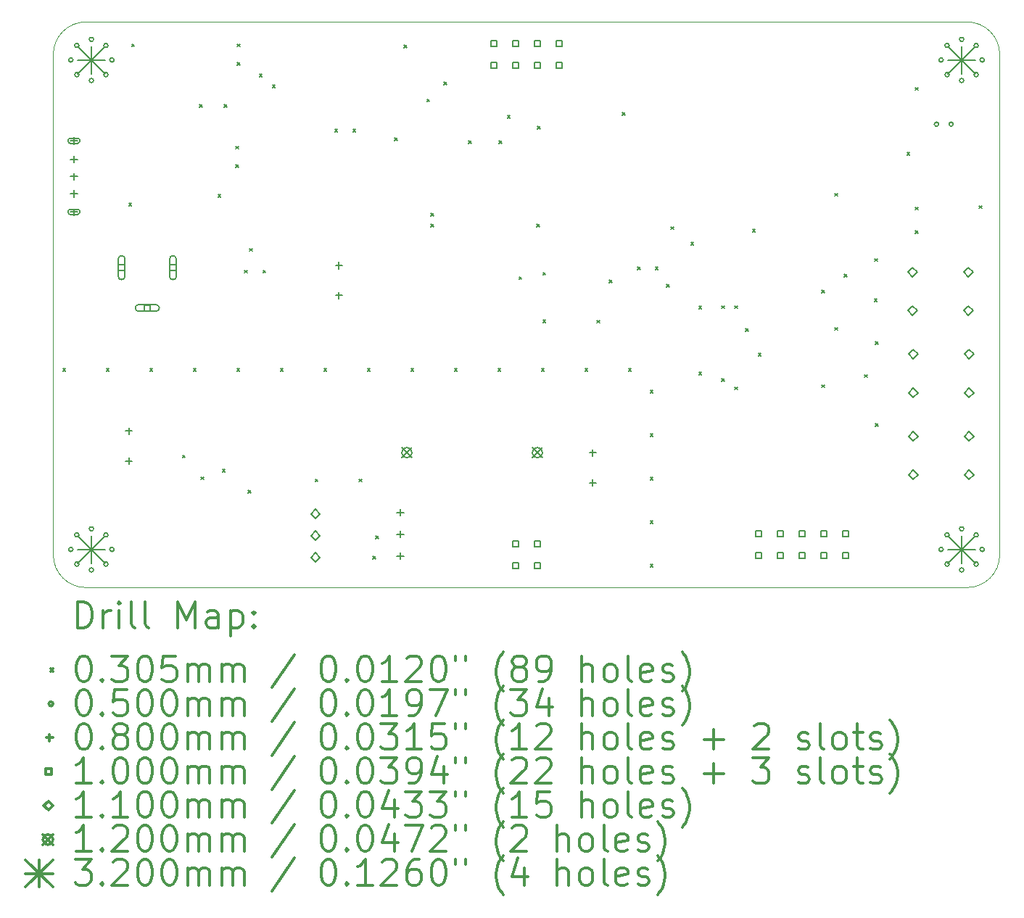
<source format=gbr>
%FSLAX45Y45*%
G04 Gerber Fmt 4.5, Leading zero omitted, Abs format (unit mm)*
G04 Created by KiCad (PCBNEW (5.1.12-1-10_14)) date 2022-01-30 16:39:32*
%MOMM*%
%LPD*%
G01*
G04 APERTURE LIST*
%TA.AperFunction,Profile*%
%ADD10C,0.050000*%
%TD*%
%ADD11C,0.200000*%
%ADD12C,0.300000*%
G04 APERTURE END LIST*
D10*
X8763000Y-7239000D02*
G75*
G02*
X9144000Y-6858000I381000J0D01*
G01*
X19431000Y-6858000D02*
G75*
G02*
X19812000Y-7239000I0J-381000D01*
G01*
X19812000Y-13081000D02*
G75*
G02*
X19431000Y-13462000I-381000J0D01*
G01*
X9144000Y-13462000D02*
G75*
G02*
X8763000Y-13081000I0J381000D01*
G01*
X9144000Y-13462000D02*
X19431000Y-13462000D01*
X19812000Y-7239000D02*
X19812000Y-13081000D01*
X9144000Y-6858000D02*
X19431000Y-6858000D01*
X8763000Y-13081000D02*
X8763000Y-7239000D01*
D11*
X8874760Y-10906760D02*
X8905240Y-10937240D01*
X8905240Y-10906760D02*
X8874760Y-10937240D01*
X9382760Y-10906760D02*
X9413240Y-10937240D01*
X9413240Y-10906760D02*
X9382760Y-10937240D01*
X9644380Y-8976360D02*
X9674860Y-9006840D01*
X9674860Y-8976360D02*
X9644380Y-9006840D01*
X9679940Y-7114540D02*
X9710420Y-7145020D01*
X9710420Y-7114540D02*
X9679940Y-7145020D01*
X9890760Y-10906760D02*
X9921240Y-10937240D01*
X9921240Y-10906760D02*
X9890760Y-10937240D01*
X10271760Y-11917680D02*
X10302240Y-11948160D01*
X10302240Y-11917680D02*
X10271760Y-11948160D01*
X10398760Y-10906760D02*
X10429240Y-10937240D01*
X10429240Y-10906760D02*
X10398760Y-10937240D01*
X10469880Y-7820660D02*
X10500360Y-7851140D01*
X10500360Y-7820660D02*
X10469880Y-7851140D01*
X10487660Y-12171680D02*
X10518140Y-12202160D01*
X10518140Y-12171680D02*
X10487660Y-12202160D01*
X10685780Y-8874760D02*
X10716260Y-8905240D01*
X10716260Y-8874760D02*
X10685780Y-8905240D01*
X10736580Y-12082780D02*
X10767060Y-12113260D01*
X10767060Y-12082780D02*
X10736580Y-12113260D01*
X10756900Y-7820660D02*
X10787380Y-7851140D01*
X10787380Y-7820660D02*
X10756900Y-7851140D01*
X10894060Y-8308340D02*
X10924540Y-8338820D01*
X10924540Y-8308340D02*
X10894060Y-8338820D01*
X10894060Y-8526780D02*
X10924540Y-8557260D01*
X10924540Y-8526780D02*
X10894060Y-8557260D01*
X10906760Y-10906760D02*
X10937240Y-10937240D01*
X10937240Y-10906760D02*
X10906760Y-10937240D01*
X10909300Y-7114540D02*
X10939780Y-7145020D01*
X10939780Y-7114540D02*
X10909300Y-7145020D01*
X10909300Y-7330440D02*
X10939780Y-7360920D01*
X10939780Y-7330440D02*
X10909300Y-7360920D01*
X10995660Y-9758680D02*
X11026140Y-9789160D01*
X11026140Y-9758680D02*
X10995660Y-9789160D01*
X11038840Y-12329160D02*
X11069320Y-12359640D01*
X11069320Y-12329160D02*
X11038840Y-12359640D01*
X11056620Y-9502140D02*
X11087100Y-9532620D01*
X11087100Y-9502140D02*
X11056620Y-9532620D01*
X11168380Y-7467600D02*
X11198860Y-7498080D01*
X11198860Y-7467600D02*
X11168380Y-7498080D01*
X11211560Y-9758680D02*
X11242040Y-9789160D01*
X11242040Y-9758680D02*
X11211560Y-9789160D01*
X11323320Y-7592060D02*
X11353800Y-7622540D01*
X11353800Y-7592060D02*
X11323320Y-7622540D01*
X11414760Y-10906760D02*
X11445240Y-10937240D01*
X11445240Y-10906760D02*
X11414760Y-10937240D01*
X11821160Y-12195810D02*
X11851640Y-12226290D01*
X11851640Y-12195810D02*
X11821160Y-12226290D01*
X11922760Y-10906760D02*
X11953240Y-10937240D01*
X11953240Y-10906760D02*
X11922760Y-10937240D01*
X12049760Y-8112760D02*
X12080240Y-8143240D01*
X12080240Y-8112760D02*
X12049760Y-8143240D01*
X12263120Y-8112760D02*
X12293600Y-8143240D01*
X12293600Y-8112760D02*
X12263120Y-8143240D01*
X12335510Y-12195810D02*
X12365990Y-12226290D01*
X12365990Y-12195810D02*
X12335510Y-12226290D01*
X12430760Y-10906760D02*
X12461240Y-10937240D01*
X12461240Y-10906760D02*
X12430760Y-10937240D01*
X12496800Y-13096240D02*
X12527280Y-13126720D01*
X12527280Y-13096240D02*
X12496800Y-13126720D01*
X12527280Y-12862560D02*
X12557760Y-12893040D01*
X12557760Y-12862560D02*
X12527280Y-12893040D01*
X12750800Y-8214360D02*
X12781280Y-8244840D01*
X12781280Y-8214360D02*
X12750800Y-8244840D01*
X12860020Y-7127240D02*
X12890500Y-7157720D01*
X12890500Y-7127240D02*
X12860020Y-7157720D01*
X12938760Y-10906760D02*
X12969240Y-10937240D01*
X12969240Y-10906760D02*
X12938760Y-10937240D01*
X13124180Y-7759700D02*
X13154660Y-7790180D01*
X13154660Y-7759700D02*
X13124180Y-7790180D01*
X13169900Y-9090660D02*
X13200380Y-9121140D01*
X13200380Y-9090660D02*
X13169900Y-9121140D01*
X13169900Y-9217660D02*
X13200380Y-9248140D01*
X13200380Y-9217660D02*
X13169900Y-9248140D01*
X13324840Y-7559040D02*
X13355320Y-7589520D01*
X13355320Y-7559040D02*
X13324840Y-7589520D01*
X13446760Y-10906760D02*
X13477240Y-10937240D01*
X13477240Y-10906760D02*
X13446760Y-10937240D01*
X13614400Y-8247380D02*
X13644880Y-8277860D01*
X13644880Y-8247380D02*
X13614400Y-8277860D01*
X13954760Y-10906760D02*
X13985240Y-10937240D01*
X13985240Y-10906760D02*
X13954760Y-10937240D01*
X13970000Y-8247380D02*
X14000480Y-8277860D01*
X14000480Y-8247380D02*
X13970000Y-8277860D01*
X14063980Y-7947660D02*
X14094460Y-7978140D01*
X14094460Y-7947660D02*
X14063980Y-7978140D01*
X14201140Y-9834880D02*
X14231620Y-9865360D01*
X14231620Y-9834880D02*
X14201140Y-9865360D01*
X14409420Y-9217660D02*
X14439900Y-9248140D01*
X14439900Y-9217660D02*
X14409420Y-9248140D01*
X14414500Y-8074660D02*
X14444980Y-8105140D01*
X14444980Y-8074660D02*
X14414500Y-8105140D01*
X14462760Y-10906760D02*
X14493240Y-10937240D01*
X14493240Y-10906760D02*
X14462760Y-10937240D01*
X14480540Y-9781540D02*
X14511020Y-9812020D01*
X14511020Y-9781540D02*
X14480540Y-9812020D01*
X14480540Y-10337800D02*
X14511020Y-10368280D01*
X14511020Y-10337800D02*
X14480540Y-10368280D01*
X14970760Y-10906760D02*
X15001240Y-10937240D01*
X15001240Y-10906760D02*
X14970760Y-10937240D01*
X15110460Y-10340340D02*
X15140940Y-10370820D01*
X15140940Y-10340340D02*
X15110460Y-10370820D01*
X15252700Y-9870440D02*
X15283180Y-9900920D01*
X15283180Y-9870440D02*
X15252700Y-9900920D01*
X15407640Y-7917180D02*
X15438120Y-7947660D01*
X15438120Y-7917180D02*
X15407640Y-7947660D01*
X15478760Y-10906760D02*
X15509240Y-10937240D01*
X15509240Y-10906760D02*
X15478760Y-10937240D01*
X15585440Y-9720580D02*
X15615920Y-9751060D01*
X15615920Y-9720580D02*
X15585440Y-9751060D01*
X15732760Y-11160760D02*
X15763240Y-11191240D01*
X15763240Y-11160760D02*
X15732760Y-11191240D01*
X15732760Y-11668760D02*
X15763240Y-11699240D01*
X15763240Y-11668760D02*
X15732760Y-11699240D01*
X15732760Y-12176760D02*
X15763240Y-12207240D01*
X15763240Y-12176760D02*
X15732760Y-12207240D01*
X15732760Y-12684760D02*
X15763240Y-12715240D01*
X15763240Y-12684760D02*
X15732760Y-12715240D01*
X15732760Y-13192760D02*
X15763240Y-13223240D01*
X15763240Y-13192760D02*
X15732760Y-13223240D01*
X15793720Y-9720580D02*
X15824200Y-9751060D01*
X15824200Y-9720580D02*
X15793720Y-9751060D01*
X15925800Y-9923780D02*
X15956280Y-9954260D01*
X15956280Y-9923780D02*
X15925800Y-9954260D01*
X15974060Y-9250680D02*
X16004540Y-9281160D01*
X16004540Y-9250680D02*
X15974060Y-9281160D01*
X16207740Y-9431020D02*
X16238220Y-9461500D01*
X16238220Y-9431020D02*
X16207740Y-9461500D01*
X16301720Y-10177780D02*
X16332200Y-10208260D01*
X16332200Y-10177780D02*
X16301720Y-10208260D01*
X16301720Y-10944860D02*
X16332200Y-10975340D01*
X16332200Y-10944860D02*
X16301720Y-10975340D01*
X16565880Y-10172700D02*
X16596360Y-10203180D01*
X16596360Y-10172700D02*
X16565880Y-10203180D01*
X16568420Y-11023600D02*
X16598900Y-11054080D01*
X16598900Y-11023600D02*
X16568420Y-11054080D01*
X16718280Y-10172700D02*
X16748760Y-10203180D01*
X16748760Y-10172700D02*
X16718280Y-10203180D01*
X16718280Y-11120120D02*
X16748760Y-11150600D01*
X16748760Y-11120120D02*
X16718280Y-11150600D01*
X16845280Y-10436860D02*
X16875760Y-10467340D01*
X16875760Y-10436860D02*
X16845280Y-10467340D01*
X16926560Y-9281160D02*
X16957040Y-9311640D01*
X16957040Y-9281160D02*
X16926560Y-9311640D01*
X16995140Y-10726420D02*
X17025620Y-10756900D01*
X17025620Y-10726420D02*
X16995140Y-10756900D01*
X17734280Y-9989820D02*
X17764760Y-10020300D01*
X17764760Y-9989820D02*
X17734280Y-10020300D01*
X17734280Y-11094720D02*
X17764760Y-11125200D01*
X17764760Y-11094720D02*
X17734280Y-11125200D01*
X17889220Y-8859520D02*
X17919700Y-8890000D01*
X17919700Y-8859520D02*
X17889220Y-8890000D01*
X17889220Y-10426700D02*
X17919700Y-10457180D01*
X17919700Y-10426700D02*
X17889220Y-10457180D01*
X17995900Y-9801860D02*
X18026380Y-9832340D01*
X18026380Y-9801860D02*
X17995900Y-9832340D01*
X18237200Y-10977880D02*
X18267680Y-11008360D01*
X18267680Y-10977880D02*
X18237200Y-11008360D01*
X18348960Y-10093960D02*
X18379440Y-10124440D01*
X18379440Y-10093960D02*
X18348960Y-10124440D01*
X18354040Y-9621520D02*
X18384520Y-9652000D01*
X18384520Y-9621520D02*
X18354040Y-9652000D01*
X18361660Y-10589260D02*
X18392140Y-10619740D01*
X18392140Y-10589260D02*
X18361660Y-10619740D01*
X18361660Y-11549380D02*
X18392140Y-11579860D01*
X18392140Y-11549380D02*
X18361660Y-11579860D01*
X18729960Y-8379460D02*
X18760440Y-8409940D01*
X18760440Y-8379460D02*
X18729960Y-8409940D01*
X18825210Y-9020810D02*
X18855690Y-9051290D01*
X18855690Y-9020810D02*
X18825210Y-9051290D01*
X18825210Y-9293860D02*
X18855690Y-9324340D01*
X18855690Y-9293860D02*
X18825210Y-9324340D01*
X18826480Y-7622540D02*
X18856960Y-7653020D01*
X18856960Y-7622540D02*
X18826480Y-7653020D01*
X19570700Y-9004300D02*
X19601180Y-9034780D01*
X19601180Y-9004300D02*
X19570700Y-9034780D01*
X8992500Y-7302500D02*
G75*
G03*
X8992500Y-7302500I-25000J0D01*
G01*
X8992500Y-13017500D02*
G75*
G03*
X8992500Y-13017500I-25000J0D01*
G01*
X9062794Y-7132794D02*
G75*
G03*
X9062794Y-7132794I-25000J0D01*
G01*
X9062794Y-7472206D02*
G75*
G03*
X9062794Y-7472206I-25000J0D01*
G01*
X9062794Y-12847794D02*
G75*
G03*
X9062794Y-12847794I-25000J0D01*
G01*
X9062794Y-13187206D02*
G75*
G03*
X9062794Y-13187206I-25000J0D01*
G01*
X9232500Y-7062500D02*
G75*
G03*
X9232500Y-7062500I-25000J0D01*
G01*
X9232500Y-7542500D02*
G75*
G03*
X9232500Y-7542500I-25000J0D01*
G01*
X9232500Y-12777500D02*
G75*
G03*
X9232500Y-12777500I-25000J0D01*
G01*
X9232500Y-13257500D02*
G75*
G03*
X9232500Y-13257500I-25000J0D01*
G01*
X9402206Y-7132794D02*
G75*
G03*
X9402206Y-7132794I-25000J0D01*
G01*
X9402206Y-7472206D02*
G75*
G03*
X9402206Y-7472206I-25000J0D01*
G01*
X9402206Y-12847794D02*
G75*
G03*
X9402206Y-12847794I-25000J0D01*
G01*
X9402206Y-13187206D02*
G75*
G03*
X9402206Y-13187206I-25000J0D01*
G01*
X9472500Y-7302500D02*
G75*
G03*
X9472500Y-7302500I-25000J0D01*
G01*
X9472500Y-13017500D02*
G75*
G03*
X9472500Y-13017500I-25000J0D01*
G01*
X19099130Y-8051800D02*
G75*
G03*
X19099130Y-8051800I-25000J0D01*
G01*
X19152500Y-7302500D02*
G75*
G03*
X19152500Y-7302500I-25000J0D01*
G01*
X19152500Y-13017500D02*
G75*
G03*
X19152500Y-13017500I-25000J0D01*
G01*
X19222794Y-7132794D02*
G75*
G03*
X19222794Y-7132794I-25000J0D01*
G01*
X19222794Y-7472206D02*
G75*
G03*
X19222794Y-7472206I-25000J0D01*
G01*
X19222794Y-12847794D02*
G75*
G03*
X19222794Y-12847794I-25000J0D01*
G01*
X19222794Y-13187206D02*
G75*
G03*
X19222794Y-13187206I-25000J0D01*
G01*
X19269130Y-8051800D02*
G75*
G03*
X19269130Y-8051800I-25000J0D01*
G01*
X19392500Y-7062500D02*
G75*
G03*
X19392500Y-7062500I-25000J0D01*
G01*
X19392500Y-7542500D02*
G75*
G03*
X19392500Y-7542500I-25000J0D01*
G01*
X19392500Y-12777500D02*
G75*
G03*
X19392500Y-12777500I-25000J0D01*
G01*
X19392500Y-13257500D02*
G75*
G03*
X19392500Y-13257500I-25000J0D01*
G01*
X19562206Y-7132794D02*
G75*
G03*
X19562206Y-7132794I-25000J0D01*
G01*
X19562206Y-7472206D02*
G75*
G03*
X19562206Y-7472206I-25000J0D01*
G01*
X19562206Y-12847794D02*
G75*
G03*
X19562206Y-12847794I-25000J0D01*
G01*
X19562206Y-13187206D02*
G75*
G03*
X19562206Y-13187206I-25000J0D01*
G01*
X19632500Y-7302500D02*
G75*
G03*
X19632500Y-7302500I-25000J0D01*
G01*
X19632500Y-13017500D02*
G75*
G03*
X19632500Y-13017500I-25000J0D01*
G01*
X9004300Y-8206400D02*
X9004300Y-8286400D01*
X8964300Y-8246400D02*
X9044300Y-8246400D01*
X9044300Y-8216400D02*
X8964300Y-8216400D01*
X9044300Y-8276400D02*
X8964300Y-8276400D01*
X8964300Y-8216400D02*
G75*
G03*
X8964300Y-8276400I0J-30000D01*
G01*
X9044300Y-8276400D02*
G75*
G03*
X9044300Y-8216400I0J30000D01*
G01*
X9004300Y-8421400D02*
X9004300Y-8501400D01*
X8964300Y-8461400D02*
X9044300Y-8461400D01*
X9004300Y-8621400D02*
X9004300Y-8701400D01*
X8964300Y-8661400D02*
X9044300Y-8661400D01*
X9004300Y-8821400D02*
X9004300Y-8901400D01*
X8964300Y-8861400D02*
X9044300Y-8861400D01*
X9004300Y-9036400D02*
X9004300Y-9116400D01*
X8964300Y-9076400D02*
X9044300Y-9076400D01*
X9044300Y-9046400D02*
X8964300Y-9046400D01*
X9044300Y-9106400D02*
X8964300Y-9106400D01*
X8964300Y-9046400D02*
G75*
G03*
X8964300Y-9106400I0J-30000D01*
G01*
X9044300Y-9106400D02*
G75*
G03*
X9044300Y-9046400I0J30000D01*
G01*
X9644380Y-11593200D02*
X9644380Y-11673200D01*
X9604380Y-11633200D02*
X9684380Y-11633200D01*
X9644380Y-11943200D02*
X9644380Y-12023200D01*
X9604380Y-11983200D02*
X9684380Y-11983200D01*
X12096750Y-9662050D02*
X12096750Y-9742050D01*
X12056750Y-9702050D02*
X12136750Y-9702050D01*
X12096750Y-10012050D02*
X12096750Y-10092050D01*
X12056750Y-10052050D02*
X12136750Y-10052050D01*
X12814300Y-12545700D02*
X12814300Y-12625700D01*
X12774300Y-12585700D02*
X12854300Y-12585700D01*
X12814300Y-12799700D02*
X12814300Y-12879700D01*
X12774300Y-12839700D02*
X12854300Y-12839700D01*
X12814300Y-13053700D02*
X12814300Y-13133700D01*
X12774300Y-13093700D02*
X12854300Y-13093700D01*
X15062200Y-11847200D02*
X15062200Y-11927200D01*
X15022200Y-11887200D02*
X15102200Y-11887200D01*
X15062200Y-12197200D02*
X15062200Y-12277200D01*
X15022200Y-12237200D02*
X15102200Y-12237200D01*
X9595356Y-9763556D02*
X9595356Y-9692844D01*
X9524644Y-9692844D01*
X9524644Y-9763556D01*
X9595356Y-9763556D01*
X9520000Y-9628200D02*
X9520000Y-9828200D01*
X9600000Y-9628200D02*
X9600000Y-9828200D01*
X9520000Y-9828200D02*
G75*
G03*
X9600000Y-9828200I40000J0D01*
G01*
X9600000Y-9628200D02*
G75*
G03*
X9520000Y-9628200I-40000J0D01*
G01*
X9895356Y-10233556D02*
X9895356Y-10162844D01*
X9824644Y-10162844D01*
X9824644Y-10233556D01*
X9895356Y-10233556D01*
X9760000Y-10238200D02*
X9960000Y-10238200D01*
X9760000Y-10158200D02*
X9960000Y-10158200D01*
X9960000Y-10238200D02*
G75*
G03*
X9960000Y-10158200I0J40000D01*
G01*
X9760000Y-10158200D02*
G75*
G03*
X9760000Y-10238200I0J-40000D01*
G01*
X10195356Y-9763556D02*
X10195356Y-9692844D01*
X10124644Y-9692844D01*
X10124644Y-9763556D01*
X10195356Y-9763556D01*
X10120000Y-9628200D02*
X10120000Y-9828200D01*
X10200000Y-9628200D02*
X10200000Y-9828200D01*
X10120000Y-9828200D02*
G75*
G03*
X10200000Y-9828200I40000J0D01*
G01*
X10200000Y-9628200D02*
G75*
G03*
X10120000Y-9628200I-40000J0D01*
G01*
X13941856Y-7147356D02*
X13941856Y-7076644D01*
X13871144Y-7076644D01*
X13871144Y-7147356D01*
X13941856Y-7147356D01*
X13941856Y-7401356D02*
X13941856Y-7330644D01*
X13871144Y-7330644D01*
X13871144Y-7401356D01*
X13941856Y-7401356D01*
X14195856Y-7147356D02*
X14195856Y-7076644D01*
X14125144Y-7076644D01*
X14125144Y-7147356D01*
X14195856Y-7147356D01*
X14195856Y-7401356D02*
X14195856Y-7330644D01*
X14125144Y-7330644D01*
X14125144Y-7401356D01*
X14195856Y-7401356D01*
X14195856Y-12989356D02*
X14195856Y-12918644D01*
X14125144Y-12918644D01*
X14125144Y-12989356D01*
X14195856Y-12989356D01*
X14195856Y-13243356D02*
X14195856Y-13172644D01*
X14125144Y-13172644D01*
X14125144Y-13243356D01*
X14195856Y-13243356D01*
X14449856Y-7147356D02*
X14449856Y-7076644D01*
X14379144Y-7076644D01*
X14379144Y-7147356D01*
X14449856Y-7147356D01*
X14449856Y-7401356D02*
X14449856Y-7330644D01*
X14379144Y-7330644D01*
X14379144Y-7401356D01*
X14449856Y-7401356D01*
X14449856Y-12989356D02*
X14449856Y-12918644D01*
X14379144Y-12918644D01*
X14379144Y-12989356D01*
X14449856Y-12989356D01*
X14449856Y-13243356D02*
X14449856Y-13172644D01*
X14379144Y-13172644D01*
X14379144Y-13243356D01*
X14449856Y-13243356D01*
X14703856Y-7147356D02*
X14703856Y-7076644D01*
X14633144Y-7076644D01*
X14633144Y-7147356D01*
X14703856Y-7147356D01*
X14703856Y-7401356D02*
X14703856Y-7330644D01*
X14633144Y-7330644D01*
X14633144Y-7401356D01*
X14703856Y-7401356D01*
X17034306Y-12868706D02*
X17034306Y-12797994D01*
X16963594Y-12797994D01*
X16963594Y-12868706D01*
X17034306Y-12868706D01*
X17034306Y-13122706D02*
X17034306Y-13051994D01*
X16963594Y-13051994D01*
X16963594Y-13122706D01*
X17034306Y-13122706D01*
X17288306Y-12868706D02*
X17288306Y-12797994D01*
X17217594Y-12797994D01*
X17217594Y-12868706D01*
X17288306Y-12868706D01*
X17288306Y-13122706D02*
X17288306Y-13051994D01*
X17217594Y-13051994D01*
X17217594Y-13122706D01*
X17288306Y-13122706D01*
X17542306Y-12868706D02*
X17542306Y-12797994D01*
X17471594Y-12797994D01*
X17471594Y-12868706D01*
X17542306Y-12868706D01*
X17542306Y-13122706D02*
X17542306Y-13051994D01*
X17471594Y-13051994D01*
X17471594Y-13122706D01*
X17542306Y-13122706D01*
X17796306Y-12868706D02*
X17796306Y-12797994D01*
X17725594Y-12797994D01*
X17725594Y-12868706D01*
X17796306Y-12868706D01*
X17796306Y-13122706D02*
X17796306Y-13051994D01*
X17725594Y-13051994D01*
X17725594Y-13122706D01*
X17796306Y-13122706D01*
X18050306Y-12868706D02*
X18050306Y-12797994D01*
X17979594Y-12797994D01*
X17979594Y-12868706D01*
X18050306Y-12868706D01*
X18050306Y-13122706D02*
X18050306Y-13051994D01*
X17979594Y-13051994D01*
X17979594Y-13122706D01*
X18050306Y-13122706D01*
X11823700Y-12659750D02*
X11878700Y-12604750D01*
X11823700Y-12549750D01*
X11768700Y-12604750D01*
X11823700Y-12659750D01*
X11823700Y-12913750D02*
X11878700Y-12858750D01*
X11823700Y-12803750D01*
X11768700Y-12858750D01*
X11823700Y-12913750D01*
X11823700Y-13167750D02*
X11878700Y-13112750D01*
X11823700Y-13057750D01*
X11768700Y-13112750D01*
X11823700Y-13167750D01*
X18796000Y-9834000D02*
X18851000Y-9779000D01*
X18796000Y-9724000D01*
X18741000Y-9779000D01*
X18796000Y-9834000D01*
X18796000Y-10284000D02*
X18851000Y-10229000D01*
X18796000Y-10174000D01*
X18741000Y-10229000D01*
X18796000Y-10284000D01*
X18802350Y-10792850D02*
X18857350Y-10737850D01*
X18802350Y-10682850D01*
X18747350Y-10737850D01*
X18802350Y-10792850D01*
X18802350Y-11242850D02*
X18857350Y-11187850D01*
X18802350Y-11132850D01*
X18747350Y-11187850D01*
X18802350Y-11242850D01*
X18802350Y-11751700D02*
X18857350Y-11696700D01*
X18802350Y-11641700D01*
X18747350Y-11696700D01*
X18802350Y-11751700D01*
X18802350Y-12201700D02*
X18857350Y-12146700D01*
X18802350Y-12091700D01*
X18747350Y-12146700D01*
X18802350Y-12201700D01*
X19446000Y-9834000D02*
X19501000Y-9779000D01*
X19446000Y-9724000D01*
X19391000Y-9779000D01*
X19446000Y-9834000D01*
X19446000Y-10284000D02*
X19501000Y-10229000D01*
X19446000Y-10174000D01*
X19391000Y-10229000D01*
X19446000Y-10284000D01*
X19452350Y-10792850D02*
X19507350Y-10737850D01*
X19452350Y-10682850D01*
X19397350Y-10737850D01*
X19452350Y-10792850D01*
X19452350Y-11242850D02*
X19507350Y-11187850D01*
X19452350Y-11132850D01*
X19397350Y-11187850D01*
X19452350Y-11242850D01*
X19452350Y-11751700D02*
X19507350Y-11696700D01*
X19452350Y-11641700D01*
X19397350Y-11696700D01*
X19452350Y-11751700D01*
X19452350Y-12201700D02*
X19507350Y-12146700D01*
X19452350Y-12091700D01*
X19397350Y-12146700D01*
X19452350Y-12201700D01*
X12830500Y-11827200D02*
X12950500Y-11947200D01*
X12950500Y-11827200D02*
X12830500Y-11947200D01*
X12950500Y-11887200D02*
G75*
G03*
X12950500Y-11887200I-60000J0D01*
G01*
X14354500Y-11827200D02*
X14474500Y-11947200D01*
X14474500Y-11827200D02*
X14354500Y-11947200D01*
X14474500Y-11887200D02*
G75*
G03*
X14474500Y-11887200I-60000J0D01*
G01*
X9047500Y-7142500D02*
X9367500Y-7462500D01*
X9367500Y-7142500D02*
X9047500Y-7462500D01*
X9207500Y-7142500D02*
X9207500Y-7462500D01*
X9047500Y-7302500D02*
X9367500Y-7302500D01*
X9047500Y-12857500D02*
X9367500Y-13177500D01*
X9367500Y-12857500D02*
X9047500Y-13177500D01*
X9207500Y-12857500D02*
X9207500Y-13177500D01*
X9047500Y-13017500D02*
X9367500Y-13017500D01*
X19207500Y-7142500D02*
X19527500Y-7462500D01*
X19527500Y-7142500D02*
X19207500Y-7462500D01*
X19367500Y-7142500D02*
X19367500Y-7462500D01*
X19207500Y-7302500D02*
X19527500Y-7302500D01*
X19207500Y-12857500D02*
X19527500Y-13177500D01*
X19527500Y-12857500D02*
X19207500Y-13177500D01*
X19367500Y-12857500D02*
X19367500Y-13177500D01*
X19207500Y-13017500D02*
X19527500Y-13017500D01*
D12*
X9046928Y-13930214D02*
X9046928Y-13630214D01*
X9118357Y-13630214D01*
X9161214Y-13644500D01*
X9189786Y-13673071D01*
X9204071Y-13701643D01*
X9218357Y-13758786D01*
X9218357Y-13801643D01*
X9204071Y-13858786D01*
X9189786Y-13887357D01*
X9161214Y-13915929D01*
X9118357Y-13930214D01*
X9046928Y-13930214D01*
X9346928Y-13930214D02*
X9346928Y-13730214D01*
X9346928Y-13787357D02*
X9361214Y-13758786D01*
X9375500Y-13744500D01*
X9404071Y-13730214D01*
X9432643Y-13730214D01*
X9532643Y-13930214D02*
X9532643Y-13730214D01*
X9532643Y-13630214D02*
X9518357Y-13644500D01*
X9532643Y-13658786D01*
X9546928Y-13644500D01*
X9532643Y-13630214D01*
X9532643Y-13658786D01*
X9718357Y-13930214D02*
X9689786Y-13915929D01*
X9675500Y-13887357D01*
X9675500Y-13630214D01*
X9875500Y-13930214D02*
X9846928Y-13915929D01*
X9832643Y-13887357D01*
X9832643Y-13630214D01*
X10218357Y-13930214D02*
X10218357Y-13630214D01*
X10318357Y-13844500D01*
X10418357Y-13630214D01*
X10418357Y-13930214D01*
X10689786Y-13930214D02*
X10689786Y-13773071D01*
X10675500Y-13744500D01*
X10646928Y-13730214D01*
X10589786Y-13730214D01*
X10561214Y-13744500D01*
X10689786Y-13915929D02*
X10661214Y-13930214D01*
X10589786Y-13930214D01*
X10561214Y-13915929D01*
X10546928Y-13887357D01*
X10546928Y-13858786D01*
X10561214Y-13830214D01*
X10589786Y-13815929D01*
X10661214Y-13815929D01*
X10689786Y-13801643D01*
X10832643Y-13730214D02*
X10832643Y-14030214D01*
X10832643Y-13744500D02*
X10861214Y-13730214D01*
X10918357Y-13730214D01*
X10946928Y-13744500D01*
X10961214Y-13758786D01*
X10975500Y-13787357D01*
X10975500Y-13873071D01*
X10961214Y-13901643D01*
X10946928Y-13915929D01*
X10918357Y-13930214D01*
X10861214Y-13930214D01*
X10832643Y-13915929D01*
X11104071Y-13901643D02*
X11118357Y-13915929D01*
X11104071Y-13930214D01*
X11089786Y-13915929D01*
X11104071Y-13901643D01*
X11104071Y-13930214D01*
X11104071Y-13744500D02*
X11118357Y-13758786D01*
X11104071Y-13773071D01*
X11089786Y-13758786D01*
X11104071Y-13744500D01*
X11104071Y-13773071D01*
X8730020Y-14409260D02*
X8760500Y-14439740D01*
X8760500Y-14409260D02*
X8730020Y-14439740D01*
X9104071Y-14260214D02*
X9132643Y-14260214D01*
X9161214Y-14274500D01*
X9175500Y-14288786D01*
X9189786Y-14317357D01*
X9204071Y-14374500D01*
X9204071Y-14445929D01*
X9189786Y-14503071D01*
X9175500Y-14531643D01*
X9161214Y-14545929D01*
X9132643Y-14560214D01*
X9104071Y-14560214D01*
X9075500Y-14545929D01*
X9061214Y-14531643D01*
X9046928Y-14503071D01*
X9032643Y-14445929D01*
X9032643Y-14374500D01*
X9046928Y-14317357D01*
X9061214Y-14288786D01*
X9075500Y-14274500D01*
X9104071Y-14260214D01*
X9332643Y-14531643D02*
X9346928Y-14545929D01*
X9332643Y-14560214D01*
X9318357Y-14545929D01*
X9332643Y-14531643D01*
X9332643Y-14560214D01*
X9446928Y-14260214D02*
X9632643Y-14260214D01*
X9532643Y-14374500D01*
X9575500Y-14374500D01*
X9604071Y-14388786D01*
X9618357Y-14403071D01*
X9632643Y-14431643D01*
X9632643Y-14503071D01*
X9618357Y-14531643D01*
X9604071Y-14545929D01*
X9575500Y-14560214D01*
X9489786Y-14560214D01*
X9461214Y-14545929D01*
X9446928Y-14531643D01*
X9818357Y-14260214D02*
X9846928Y-14260214D01*
X9875500Y-14274500D01*
X9889786Y-14288786D01*
X9904071Y-14317357D01*
X9918357Y-14374500D01*
X9918357Y-14445929D01*
X9904071Y-14503071D01*
X9889786Y-14531643D01*
X9875500Y-14545929D01*
X9846928Y-14560214D01*
X9818357Y-14560214D01*
X9789786Y-14545929D01*
X9775500Y-14531643D01*
X9761214Y-14503071D01*
X9746928Y-14445929D01*
X9746928Y-14374500D01*
X9761214Y-14317357D01*
X9775500Y-14288786D01*
X9789786Y-14274500D01*
X9818357Y-14260214D01*
X10189786Y-14260214D02*
X10046928Y-14260214D01*
X10032643Y-14403071D01*
X10046928Y-14388786D01*
X10075500Y-14374500D01*
X10146928Y-14374500D01*
X10175500Y-14388786D01*
X10189786Y-14403071D01*
X10204071Y-14431643D01*
X10204071Y-14503071D01*
X10189786Y-14531643D01*
X10175500Y-14545929D01*
X10146928Y-14560214D01*
X10075500Y-14560214D01*
X10046928Y-14545929D01*
X10032643Y-14531643D01*
X10332643Y-14560214D02*
X10332643Y-14360214D01*
X10332643Y-14388786D02*
X10346928Y-14374500D01*
X10375500Y-14360214D01*
X10418357Y-14360214D01*
X10446928Y-14374500D01*
X10461214Y-14403071D01*
X10461214Y-14560214D01*
X10461214Y-14403071D02*
X10475500Y-14374500D01*
X10504071Y-14360214D01*
X10546928Y-14360214D01*
X10575500Y-14374500D01*
X10589786Y-14403071D01*
X10589786Y-14560214D01*
X10732643Y-14560214D02*
X10732643Y-14360214D01*
X10732643Y-14388786D02*
X10746928Y-14374500D01*
X10775500Y-14360214D01*
X10818357Y-14360214D01*
X10846928Y-14374500D01*
X10861214Y-14403071D01*
X10861214Y-14560214D01*
X10861214Y-14403071D02*
X10875500Y-14374500D01*
X10904071Y-14360214D01*
X10946928Y-14360214D01*
X10975500Y-14374500D01*
X10989786Y-14403071D01*
X10989786Y-14560214D01*
X11575500Y-14245929D02*
X11318357Y-14631643D01*
X11961214Y-14260214D02*
X11989786Y-14260214D01*
X12018357Y-14274500D01*
X12032643Y-14288786D01*
X12046928Y-14317357D01*
X12061214Y-14374500D01*
X12061214Y-14445929D01*
X12046928Y-14503071D01*
X12032643Y-14531643D01*
X12018357Y-14545929D01*
X11989786Y-14560214D01*
X11961214Y-14560214D01*
X11932643Y-14545929D01*
X11918357Y-14531643D01*
X11904071Y-14503071D01*
X11889786Y-14445929D01*
X11889786Y-14374500D01*
X11904071Y-14317357D01*
X11918357Y-14288786D01*
X11932643Y-14274500D01*
X11961214Y-14260214D01*
X12189786Y-14531643D02*
X12204071Y-14545929D01*
X12189786Y-14560214D01*
X12175500Y-14545929D01*
X12189786Y-14531643D01*
X12189786Y-14560214D01*
X12389786Y-14260214D02*
X12418357Y-14260214D01*
X12446928Y-14274500D01*
X12461214Y-14288786D01*
X12475500Y-14317357D01*
X12489786Y-14374500D01*
X12489786Y-14445929D01*
X12475500Y-14503071D01*
X12461214Y-14531643D01*
X12446928Y-14545929D01*
X12418357Y-14560214D01*
X12389786Y-14560214D01*
X12361214Y-14545929D01*
X12346928Y-14531643D01*
X12332643Y-14503071D01*
X12318357Y-14445929D01*
X12318357Y-14374500D01*
X12332643Y-14317357D01*
X12346928Y-14288786D01*
X12361214Y-14274500D01*
X12389786Y-14260214D01*
X12775500Y-14560214D02*
X12604071Y-14560214D01*
X12689786Y-14560214D02*
X12689786Y-14260214D01*
X12661214Y-14303071D01*
X12632643Y-14331643D01*
X12604071Y-14345929D01*
X12889786Y-14288786D02*
X12904071Y-14274500D01*
X12932643Y-14260214D01*
X13004071Y-14260214D01*
X13032643Y-14274500D01*
X13046928Y-14288786D01*
X13061214Y-14317357D01*
X13061214Y-14345929D01*
X13046928Y-14388786D01*
X12875500Y-14560214D01*
X13061214Y-14560214D01*
X13246928Y-14260214D02*
X13275500Y-14260214D01*
X13304071Y-14274500D01*
X13318357Y-14288786D01*
X13332643Y-14317357D01*
X13346928Y-14374500D01*
X13346928Y-14445929D01*
X13332643Y-14503071D01*
X13318357Y-14531643D01*
X13304071Y-14545929D01*
X13275500Y-14560214D01*
X13246928Y-14560214D01*
X13218357Y-14545929D01*
X13204071Y-14531643D01*
X13189786Y-14503071D01*
X13175500Y-14445929D01*
X13175500Y-14374500D01*
X13189786Y-14317357D01*
X13204071Y-14288786D01*
X13218357Y-14274500D01*
X13246928Y-14260214D01*
X13461214Y-14260214D02*
X13461214Y-14317357D01*
X13575500Y-14260214D02*
X13575500Y-14317357D01*
X14018357Y-14674500D02*
X14004071Y-14660214D01*
X13975500Y-14617357D01*
X13961214Y-14588786D01*
X13946928Y-14545929D01*
X13932643Y-14474500D01*
X13932643Y-14417357D01*
X13946928Y-14345929D01*
X13961214Y-14303071D01*
X13975500Y-14274500D01*
X14004071Y-14231643D01*
X14018357Y-14217357D01*
X14175500Y-14388786D02*
X14146928Y-14374500D01*
X14132643Y-14360214D01*
X14118357Y-14331643D01*
X14118357Y-14317357D01*
X14132643Y-14288786D01*
X14146928Y-14274500D01*
X14175500Y-14260214D01*
X14232643Y-14260214D01*
X14261214Y-14274500D01*
X14275500Y-14288786D01*
X14289786Y-14317357D01*
X14289786Y-14331643D01*
X14275500Y-14360214D01*
X14261214Y-14374500D01*
X14232643Y-14388786D01*
X14175500Y-14388786D01*
X14146928Y-14403071D01*
X14132643Y-14417357D01*
X14118357Y-14445929D01*
X14118357Y-14503071D01*
X14132643Y-14531643D01*
X14146928Y-14545929D01*
X14175500Y-14560214D01*
X14232643Y-14560214D01*
X14261214Y-14545929D01*
X14275500Y-14531643D01*
X14289786Y-14503071D01*
X14289786Y-14445929D01*
X14275500Y-14417357D01*
X14261214Y-14403071D01*
X14232643Y-14388786D01*
X14432643Y-14560214D02*
X14489786Y-14560214D01*
X14518357Y-14545929D01*
X14532643Y-14531643D01*
X14561214Y-14488786D01*
X14575500Y-14431643D01*
X14575500Y-14317357D01*
X14561214Y-14288786D01*
X14546928Y-14274500D01*
X14518357Y-14260214D01*
X14461214Y-14260214D01*
X14432643Y-14274500D01*
X14418357Y-14288786D01*
X14404071Y-14317357D01*
X14404071Y-14388786D01*
X14418357Y-14417357D01*
X14432643Y-14431643D01*
X14461214Y-14445929D01*
X14518357Y-14445929D01*
X14546928Y-14431643D01*
X14561214Y-14417357D01*
X14575500Y-14388786D01*
X14932643Y-14560214D02*
X14932643Y-14260214D01*
X15061214Y-14560214D02*
X15061214Y-14403071D01*
X15046928Y-14374500D01*
X15018357Y-14360214D01*
X14975500Y-14360214D01*
X14946928Y-14374500D01*
X14932643Y-14388786D01*
X15246928Y-14560214D02*
X15218357Y-14545929D01*
X15204071Y-14531643D01*
X15189786Y-14503071D01*
X15189786Y-14417357D01*
X15204071Y-14388786D01*
X15218357Y-14374500D01*
X15246928Y-14360214D01*
X15289786Y-14360214D01*
X15318357Y-14374500D01*
X15332643Y-14388786D01*
X15346928Y-14417357D01*
X15346928Y-14503071D01*
X15332643Y-14531643D01*
X15318357Y-14545929D01*
X15289786Y-14560214D01*
X15246928Y-14560214D01*
X15518357Y-14560214D02*
X15489786Y-14545929D01*
X15475500Y-14517357D01*
X15475500Y-14260214D01*
X15746928Y-14545929D02*
X15718357Y-14560214D01*
X15661214Y-14560214D01*
X15632643Y-14545929D01*
X15618357Y-14517357D01*
X15618357Y-14403071D01*
X15632643Y-14374500D01*
X15661214Y-14360214D01*
X15718357Y-14360214D01*
X15746928Y-14374500D01*
X15761214Y-14403071D01*
X15761214Y-14431643D01*
X15618357Y-14460214D01*
X15875500Y-14545929D02*
X15904071Y-14560214D01*
X15961214Y-14560214D01*
X15989786Y-14545929D01*
X16004071Y-14517357D01*
X16004071Y-14503071D01*
X15989786Y-14474500D01*
X15961214Y-14460214D01*
X15918357Y-14460214D01*
X15889786Y-14445929D01*
X15875500Y-14417357D01*
X15875500Y-14403071D01*
X15889786Y-14374500D01*
X15918357Y-14360214D01*
X15961214Y-14360214D01*
X15989786Y-14374500D01*
X16104071Y-14674500D02*
X16118357Y-14660214D01*
X16146928Y-14617357D01*
X16161214Y-14588786D01*
X16175500Y-14545929D01*
X16189786Y-14474500D01*
X16189786Y-14417357D01*
X16175500Y-14345929D01*
X16161214Y-14303071D01*
X16146928Y-14274500D01*
X16118357Y-14231643D01*
X16104071Y-14217357D01*
X8760500Y-14820500D02*
G75*
G03*
X8760500Y-14820500I-25000J0D01*
G01*
X9104071Y-14656214D02*
X9132643Y-14656214D01*
X9161214Y-14670500D01*
X9175500Y-14684786D01*
X9189786Y-14713357D01*
X9204071Y-14770500D01*
X9204071Y-14841929D01*
X9189786Y-14899071D01*
X9175500Y-14927643D01*
X9161214Y-14941929D01*
X9132643Y-14956214D01*
X9104071Y-14956214D01*
X9075500Y-14941929D01*
X9061214Y-14927643D01*
X9046928Y-14899071D01*
X9032643Y-14841929D01*
X9032643Y-14770500D01*
X9046928Y-14713357D01*
X9061214Y-14684786D01*
X9075500Y-14670500D01*
X9104071Y-14656214D01*
X9332643Y-14927643D02*
X9346928Y-14941929D01*
X9332643Y-14956214D01*
X9318357Y-14941929D01*
X9332643Y-14927643D01*
X9332643Y-14956214D01*
X9618357Y-14656214D02*
X9475500Y-14656214D01*
X9461214Y-14799071D01*
X9475500Y-14784786D01*
X9504071Y-14770500D01*
X9575500Y-14770500D01*
X9604071Y-14784786D01*
X9618357Y-14799071D01*
X9632643Y-14827643D01*
X9632643Y-14899071D01*
X9618357Y-14927643D01*
X9604071Y-14941929D01*
X9575500Y-14956214D01*
X9504071Y-14956214D01*
X9475500Y-14941929D01*
X9461214Y-14927643D01*
X9818357Y-14656214D02*
X9846928Y-14656214D01*
X9875500Y-14670500D01*
X9889786Y-14684786D01*
X9904071Y-14713357D01*
X9918357Y-14770500D01*
X9918357Y-14841929D01*
X9904071Y-14899071D01*
X9889786Y-14927643D01*
X9875500Y-14941929D01*
X9846928Y-14956214D01*
X9818357Y-14956214D01*
X9789786Y-14941929D01*
X9775500Y-14927643D01*
X9761214Y-14899071D01*
X9746928Y-14841929D01*
X9746928Y-14770500D01*
X9761214Y-14713357D01*
X9775500Y-14684786D01*
X9789786Y-14670500D01*
X9818357Y-14656214D01*
X10104071Y-14656214D02*
X10132643Y-14656214D01*
X10161214Y-14670500D01*
X10175500Y-14684786D01*
X10189786Y-14713357D01*
X10204071Y-14770500D01*
X10204071Y-14841929D01*
X10189786Y-14899071D01*
X10175500Y-14927643D01*
X10161214Y-14941929D01*
X10132643Y-14956214D01*
X10104071Y-14956214D01*
X10075500Y-14941929D01*
X10061214Y-14927643D01*
X10046928Y-14899071D01*
X10032643Y-14841929D01*
X10032643Y-14770500D01*
X10046928Y-14713357D01*
X10061214Y-14684786D01*
X10075500Y-14670500D01*
X10104071Y-14656214D01*
X10332643Y-14956214D02*
X10332643Y-14756214D01*
X10332643Y-14784786D02*
X10346928Y-14770500D01*
X10375500Y-14756214D01*
X10418357Y-14756214D01*
X10446928Y-14770500D01*
X10461214Y-14799071D01*
X10461214Y-14956214D01*
X10461214Y-14799071D02*
X10475500Y-14770500D01*
X10504071Y-14756214D01*
X10546928Y-14756214D01*
X10575500Y-14770500D01*
X10589786Y-14799071D01*
X10589786Y-14956214D01*
X10732643Y-14956214D02*
X10732643Y-14756214D01*
X10732643Y-14784786D02*
X10746928Y-14770500D01*
X10775500Y-14756214D01*
X10818357Y-14756214D01*
X10846928Y-14770500D01*
X10861214Y-14799071D01*
X10861214Y-14956214D01*
X10861214Y-14799071D02*
X10875500Y-14770500D01*
X10904071Y-14756214D01*
X10946928Y-14756214D01*
X10975500Y-14770500D01*
X10989786Y-14799071D01*
X10989786Y-14956214D01*
X11575500Y-14641929D02*
X11318357Y-15027643D01*
X11961214Y-14656214D02*
X11989786Y-14656214D01*
X12018357Y-14670500D01*
X12032643Y-14684786D01*
X12046928Y-14713357D01*
X12061214Y-14770500D01*
X12061214Y-14841929D01*
X12046928Y-14899071D01*
X12032643Y-14927643D01*
X12018357Y-14941929D01*
X11989786Y-14956214D01*
X11961214Y-14956214D01*
X11932643Y-14941929D01*
X11918357Y-14927643D01*
X11904071Y-14899071D01*
X11889786Y-14841929D01*
X11889786Y-14770500D01*
X11904071Y-14713357D01*
X11918357Y-14684786D01*
X11932643Y-14670500D01*
X11961214Y-14656214D01*
X12189786Y-14927643D02*
X12204071Y-14941929D01*
X12189786Y-14956214D01*
X12175500Y-14941929D01*
X12189786Y-14927643D01*
X12189786Y-14956214D01*
X12389786Y-14656214D02*
X12418357Y-14656214D01*
X12446928Y-14670500D01*
X12461214Y-14684786D01*
X12475500Y-14713357D01*
X12489786Y-14770500D01*
X12489786Y-14841929D01*
X12475500Y-14899071D01*
X12461214Y-14927643D01*
X12446928Y-14941929D01*
X12418357Y-14956214D01*
X12389786Y-14956214D01*
X12361214Y-14941929D01*
X12346928Y-14927643D01*
X12332643Y-14899071D01*
X12318357Y-14841929D01*
X12318357Y-14770500D01*
X12332643Y-14713357D01*
X12346928Y-14684786D01*
X12361214Y-14670500D01*
X12389786Y-14656214D01*
X12775500Y-14956214D02*
X12604071Y-14956214D01*
X12689786Y-14956214D02*
X12689786Y-14656214D01*
X12661214Y-14699071D01*
X12632643Y-14727643D01*
X12604071Y-14741929D01*
X12918357Y-14956214D02*
X12975500Y-14956214D01*
X13004071Y-14941929D01*
X13018357Y-14927643D01*
X13046928Y-14884786D01*
X13061214Y-14827643D01*
X13061214Y-14713357D01*
X13046928Y-14684786D01*
X13032643Y-14670500D01*
X13004071Y-14656214D01*
X12946928Y-14656214D01*
X12918357Y-14670500D01*
X12904071Y-14684786D01*
X12889786Y-14713357D01*
X12889786Y-14784786D01*
X12904071Y-14813357D01*
X12918357Y-14827643D01*
X12946928Y-14841929D01*
X13004071Y-14841929D01*
X13032643Y-14827643D01*
X13046928Y-14813357D01*
X13061214Y-14784786D01*
X13161214Y-14656214D02*
X13361214Y-14656214D01*
X13232643Y-14956214D01*
X13461214Y-14656214D02*
X13461214Y-14713357D01*
X13575500Y-14656214D02*
X13575500Y-14713357D01*
X14018357Y-15070500D02*
X14004071Y-15056214D01*
X13975500Y-15013357D01*
X13961214Y-14984786D01*
X13946928Y-14941929D01*
X13932643Y-14870500D01*
X13932643Y-14813357D01*
X13946928Y-14741929D01*
X13961214Y-14699071D01*
X13975500Y-14670500D01*
X14004071Y-14627643D01*
X14018357Y-14613357D01*
X14104071Y-14656214D02*
X14289786Y-14656214D01*
X14189786Y-14770500D01*
X14232643Y-14770500D01*
X14261214Y-14784786D01*
X14275500Y-14799071D01*
X14289786Y-14827643D01*
X14289786Y-14899071D01*
X14275500Y-14927643D01*
X14261214Y-14941929D01*
X14232643Y-14956214D01*
X14146928Y-14956214D01*
X14118357Y-14941929D01*
X14104071Y-14927643D01*
X14546928Y-14756214D02*
X14546928Y-14956214D01*
X14475500Y-14641929D02*
X14404071Y-14856214D01*
X14589786Y-14856214D01*
X14932643Y-14956214D02*
X14932643Y-14656214D01*
X15061214Y-14956214D02*
X15061214Y-14799071D01*
X15046928Y-14770500D01*
X15018357Y-14756214D01*
X14975500Y-14756214D01*
X14946928Y-14770500D01*
X14932643Y-14784786D01*
X15246928Y-14956214D02*
X15218357Y-14941929D01*
X15204071Y-14927643D01*
X15189786Y-14899071D01*
X15189786Y-14813357D01*
X15204071Y-14784786D01*
X15218357Y-14770500D01*
X15246928Y-14756214D01*
X15289786Y-14756214D01*
X15318357Y-14770500D01*
X15332643Y-14784786D01*
X15346928Y-14813357D01*
X15346928Y-14899071D01*
X15332643Y-14927643D01*
X15318357Y-14941929D01*
X15289786Y-14956214D01*
X15246928Y-14956214D01*
X15518357Y-14956214D02*
X15489786Y-14941929D01*
X15475500Y-14913357D01*
X15475500Y-14656214D01*
X15746928Y-14941929D02*
X15718357Y-14956214D01*
X15661214Y-14956214D01*
X15632643Y-14941929D01*
X15618357Y-14913357D01*
X15618357Y-14799071D01*
X15632643Y-14770500D01*
X15661214Y-14756214D01*
X15718357Y-14756214D01*
X15746928Y-14770500D01*
X15761214Y-14799071D01*
X15761214Y-14827643D01*
X15618357Y-14856214D01*
X15875500Y-14941929D02*
X15904071Y-14956214D01*
X15961214Y-14956214D01*
X15989786Y-14941929D01*
X16004071Y-14913357D01*
X16004071Y-14899071D01*
X15989786Y-14870500D01*
X15961214Y-14856214D01*
X15918357Y-14856214D01*
X15889786Y-14841929D01*
X15875500Y-14813357D01*
X15875500Y-14799071D01*
X15889786Y-14770500D01*
X15918357Y-14756214D01*
X15961214Y-14756214D01*
X15989786Y-14770500D01*
X16104071Y-15070500D02*
X16118357Y-15056214D01*
X16146928Y-15013357D01*
X16161214Y-14984786D01*
X16175500Y-14941929D01*
X16189786Y-14870500D01*
X16189786Y-14813357D01*
X16175500Y-14741929D01*
X16161214Y-14699071D01*
X16146928Y-14670500D01*
X16118357Y-14627643D01*
X16104071Y-14613357D01*
X8720500Y-15176500D02*
X8720500Y-15256500D01*
X8680500Y-15216500D02*
X8760500Y-15216500D01*
X9104071Y-15052214D02*
X9132643Y-15052214D01*
X9161214Y-15066500D01*
X9175500Y-15080786D01*
X9189786Y-15109357D01*
X9204071Y-15166500D01*
X9204071Y-15237929D01*
X9189786Y-15295071D01*
X9175500Y-15323643D01*
X9161214Y-15337929D01*
X9132643Y-15352214D01*
X9104071Y-15352214D01*
X9075500Y-15337929D01*
X9061214Y-15323643D01*
X9046928Y-15295071D01*
X9032643Y-15237929D01*
X9032643Y-15166500D01*
X9046928Y-15109357D01*
X9061214Y-15080786D01*
X9075500Y-15066500D01*
X9104071Y-15052214D01*
X9332643Y-15323643D02*
X9346928Y-15337929D01*
X9332643Y-15352214D01*
X9318357Y-15337929D01*
X9332643Y-15323643D01*
X9332643Y-15352214D01*
X9518357Y-15180786D02*
X9489786Y-15166500D01*
X9475500Y-15152214D01*
X9461214Y-15123643D01*
X9461214Y-15109357D01*
X9475500Y-15080786D01*
X9489786Y-15066500D01*
X9518357Y-15052214D01*
X9575500Y-15052214D01*
X9604071Y-15066500D01*
X9618357Y-15080786D01*
X9632643Y-15109357D01*
X9632643Y-15123643D01*
X9618357Y-15152214D01*
X9604071Y-15166500D01*
X9575500Y-15180786D01*
X9518357Y-15180786D01*
X9489786Y-15195071D01*
X9475500Y-15209357D01*
X9461214Y-15237929D01*
X9461214Y-15295071D01*
X9475500Y-15323643D01*
X9489786Y-15337929D01*
X9518357Y-15352214D01*
X9575500Y-15352214D01*
X9604071Y-15337929D01*
X9618357Y-15323643D01*
X9632643Y-15295071D01*
X9632643Y-15237929D01*
X9618357Y-15209357D01*
X9604071Y-15195071D01*
X9575500Y-15180786D01*
X9818357Y-15052214D02*
X9846928Y-15052214D01*
X9875500Y-15066500D01*
X9889786Y-15080786D01*
X9904071Y-15109357D01*
X9918357Y-15166500D01*
X9918357Y-15237929D01*
X9904071Y-15295071D01*
X9889786Y-15323643D01*
X9875500Y-15337929D01*
X9846928Y-15352214D01*
X9818357Y-15352214D01*
X9789786Y-15337929D01*
X9775500Y-15323643D01*
X9761214Y-15295071D01*
X9746928Y-15237929D01*
X9746928Y-15166500D01*
X9761214Y-15109357D01*
X9775500Y-15080786D01*
X9789786Y-15066500D01*
X9818357Y-15052214D01*
X10104071Y-15052214D02*
X10132643Y-15052214D01*
X10161214Y-15066500D01*
X10175500Y-15080786D01*
X10189786Y-15109357D01*
X10204071Y-15166500D01*
X10204071Y-15237929D01*
X10189786Y-15295071D01*
X10175500Y-15323643D01*
X10161214Y-15337929D01*
X10132643Y-15352214D01*
X10104071Y-15352214D01*
X10075500Y-15337929D01*
X10061214Y-15323643D01*
X10046928Y-15295071D01*
X10032643Y-15237929D01*
X10032643Y-15166500D01*
X10046928Y-15109357D01*
X10061214Y-15080786D01*
X10075500Y-15066500D01*
X10104071Y-15052214D01*
X10332643Y-15352214D02*
X10332643Y-15152214D01*
X10332643Y-15180786D02*
X10346928Y-15166500D01*
X10375500Y-15152214D01*
X10418357Y-15152214D01*
X10446928Y-15166500D01*
X10461214Y-15195071D01*
X10461214Y-15352214D01*
X10461214Y-15195071D02*
X10475500Y-15166500D01*
X10504071Y-15152214D01*
X10546928Y-15152214D01*
X10575500Y-15166500D01*
X10589786Y-15195071D01*
X10589786Y-15352214D01*
X10732643Y-15352214D02*
X10732643Y-15152214D01*
X10732643Y-15180786D02*
X10746928Y-15166500D01*
X10775500Y-15152214D01*
X10818357Y-15152214D01*
X10846928Y-15166500D01*
X10861214Y-15195071D01*
X10861214Y-15352214D01*
X10861214Y-15195071D02*
X10875500Y-15166500D01*
X10904071Y-15152214D01*
X10946928Y-15152214D01*
X10975500Y-15166500D01*
X10989786Y-15195071D01*
X10989786Y-15352214D01*
X11575500Y-15037929D02*
X11318357Y-15423643D01*
X11961214Y-15052214D02*
X11989786Y-15052214D01*
X12018357Y-15066500D01*
X12032643Y-15080786D01*
X12046928Y-15109357D01*
X12061214Y-15166500D01*
X12061214Y-15237929D01*
X12046928Y-15295071D01*
X12032643Y-15323643D01*
X12018357Y-15337929D01*
X11989786Y-15352214D01*
X11961214Y-15352214D01*
X11932643Y-15337929D01*
X11918357Y-15323643D01*
X11904071Y-15295071D01*
X11889786Y-15237929D01*
X11889786Y-15166500D01*
X11904071Y-15109357D01*
X11918357Y-15080786D01*
X11932643Y-15066500D01*
X11961214Y-15052214D01*
X12189786Y-15323643D02*
X12204071Y-15337929D01*
X12189786Y-15352214D01*
X12175500Y-15337929D01*
X12189786Y-15323643D01*
X12189786Y-15352214D01*
X12389786Y-15052214D02*
X12418357Y-15052214D01*
X12446928Y-15066500D01*
X12461214Y-15080786D01*
X12475500Y-15109357D01*
X12489786Y-15166500D01*
X12489786Y-15237929D01*
X12475500Y-15295071D01*
X12461214Y-15323643D01*
X12446928Y-15337929D01*
X12418357Y-15352214D01*
X12389786Y-15352214D01*
X12361214Y-15337929D01*
X12346928Y-15323643D01*
X12332643Y-15295071D01*
X12318357Y-15237929D01*
X12318357Y-15166500D01*
X12332643Y-15109357D01*
X12346928Y-15080786D01*
X12361214Y-15066500D01*
X12389786Y-15052214D01*
X12589786Y-15052214D02*
X12775500Y-15052214D01*
X12675500Y-15166500D01*
X12718357Y-15166500D01*
X12746928Y-15180786D01*
X12761214Y-15195071D01*
X12775500Y-15223643D01*
X12775500Y-15295071D01*
X12761214Y-15323643D01*
X12746928Y-15337929D01*
X12718357Y-15352214D01*
X12632643Y-15352214D01*
X12604071Y-15337929D01*
X12589786Y-15323643D01*
X13061214Y-15352214D02*
X12889786Y-15352214D01*
X12975500Y-15352214D02*
X12975500Y-15052214D01*
X12946928Y-15095071D01*
X12918357Y-15123643D01*
X12889786Y-15137929D01*
X13332643Y-15052214D02*
X13189786Y-15052214D01*
X13175500Y-15195071D01*
X13189786Y-15180786D01*
X13218357Y-15166500D01*
X13289786Y-15166500D01*
X13318357Y-15180786D01*
X13332643Y-15195071D01*
X13346928Y-15223643D01*
X13346928Y-15295071D01*
X13332643Y-15323643D01*
X13318357Y-15337929D01*
X13289786Y-15352214D01*
X13218357Y-15352214D01*
X13189786Y-15337929D01*
X13175500Y-15323643D01*
X13461214Y-15052214D02*
X13461214Y-15109357D01*
X13575500Y-15052214D02*
X13575500Y-15109357D01*
X14018357Y-15466500D02*
X14004071Y-15452214D01*
X13975500Y-15409357D01*
X13961214Y-15380786D01*
X13946928Y-15337929D01*
X13932643Y-15266500D01*
X13932643Y-15209357D01*
X13946928Y-15137929D01*
X13961214Y-15095071D01*
X13975500Y-15066500D01*
X14004071Y-15023643D01*
X14018357Y-15009357D01*
X14289786Y-15352214D02*
X14118357Y-15352214D01*
X14204071Y-15352214D02*
X14204071Y-15052214D01*
X14175500Y-15095071D01*
X14146928Y-15123643D01*
X14118357Y-15137929D01*
X14404071Y-15080786D02*
X14418357Y-15066500D01*
X14446928Y-15052214D01*
X14518357Y-15052214D01*
X14546928Y-15066500D01*
X14561214Y-15080786D01*
X14575500Y-15109357D01*
X14575500Y-15137929D01*
X14561214Y-15180786D01*
X14389786Y-15352214D01*
X14575500Y-15352214D01*
X14932643Y-15352214D02*
X14932643Y-15052214D01*
X15061214Y-15352214D02*
X15061214Y-15195071D01*
X15046928Y-15166500D01*
X15018357Y-15152214D01*
X14975500Y-15152214D01*
X14946928Y-15166500D01*
X14932643Y-15180786D01*
X15246928Y-15352214D02*
X15218357Y-15337929D01*
X15204071Y-15323643D01*
X15189786Y-15295071D01*
X15189786Y-15209357D01*
X15204071Y-15180786D01*
X15218357Y-15166500D01*
X15246928Y-15152214D01*
X15289786Y-15152214D01*
X15318357Y-15166500D01*
X15332643Y-15180786D01*
X15346928Y-15209357D01*
X15346928Y-15295071D01*
X15332643Y-15323643D01*
X15318357Y-15337929D01*
X15289786Y-15352214D01*
X15246928Y-15352214D01*
X15518357Y-15352214D02*
X15489786Y-15337929D01*
X15475500Y-15309357D01*
X15475500Y-15052214D01*
X15746928Y-15337929D02*
X15718357Y-15352214D01*
X15661214Y-15352214D01*
X15632643Y-15337929D01*
X15618357Y-15309357D01*
X15618357Y-15195071D01*
X15632643Y-15166500D01*
X15661214Y-15152214D01*
X15718357Y-15152214D01*
X15746928Y-15166500D01*
X15761214Y-15195071D01*
X15761214Y-15223643D01*
X15618357Y-15252214D01*
X15875500Y-15337929D02*
X15904071Y-15352214D01*
X15961214Y-15352214D01*
X15989786Y-15337929D01*
X16004071Y-15309357D01*
X16004071Y-15295071D01*
X15989786Y-15266500D01*
X15961214Y-15252214D01*
X15918357Y-15252214D01*
X15889786Y-15237929D01*
X15875500Y-15209357D01*
X15875500Y-15195071D01*
X15889786Y-15166500D01*
X15918357Y-15152214D01*
X15961214Y-15152214D01*
X15989786Y-15166500D01*
X16361214Y-15237929D02*
X16589786Y-15237929D01*
X16475500Y-15352214D02*
X16475500Y-15123643D01*
X16946928Y-15080786D02*
X16961214Y-15066500D01*
X16989786Y-15052214D01*
X17061214Y-15052214D01*
X17089786Y-15066500D01*
X17104071Y-15080786D01*
X17118357Y-15109357D01*
X17118357Y-15137929D01*
X17104071Y-15180786D01*
X16932643Y-15352214D01*
X17118357Y-15352214D01*
X17461214Y-15337929D02*
X17489786Y-15352214D01*
X17546928Y-15352214D01*
X17575500Y-15337929D01*
X17589786Y-15309357D01*
X17589786Y-15295071D01*
X17575500Y-15266500D01*
X17546928Y-15252214D01*
X17504071Y-15252214D01*
X17475500Y-15237929D01*
X17461214Y-15209357D01*
X17461214Y-15195071D01*
X17475500Y-15166500D01*
X17504071Y-15152214D01*
X17546928Y-15152214D01*
X17575500Y-15166500D01*
X17761214Y-15352214D02*
X17732643Y-15337929D01*
X17718357Y-15309357D01*
X17718357Y-15052214D01*
X17918357Y-15352214D02*
X17889786Y-15337929D01*
X17875500Y-15323643D01*
X17861214Y-15295071D01*
X17861214Y-15209357D01*
X17875500Y-15180786D01*
X17889786Y-15166500D01*
X17918357Y-15152214D01*
X17961214Y-15152214D01*
X17989786Y-15166500D01*
X18004071Y-15180786D01*
X18018357Y-15209357D01*
X18018357Y-15295071D01*
X18004071Y-15323643D01*
X17989786Y-15337929D01*
X17961214Y-15352214D01*
X17918357Y-15352214D01*
X18104071Y-15152214D02*
X18218357Y-15152214D01*
X18146928Y-15052214D02*
X18146928Y-15309357D01*
X18161214Y-15337929D01*
X18189786Y-15352214D01*
X18218357Y-15352214D01*
X18304071Y-15337929D02*
X18332643Y-15352214D01*
X18389786Y-15352214D01*
X18418357Y-15337929D01*
X18432643Y-15309357D01*
X18432643Y-15295071D01*
X18418357Y-15266500D01*
X18389786Y-15252214D01*
X18346928Y-15252214D01*
X18318357Y-15237929D01*
X18304071Y-15209357D01*
X18304071Y-15195071D01*
X18318357Y-15166500D01*
X18346928Y-15152214D01*
X18389786Y-15152214D01*
X18418357Y-15166500D01*
X18532643Y-15466500D02*
X18546928Y-15452214D01*
X18575500Y-15409357D01*
X18589786Y-15380786D01*
X18604071Y-15337929D01*
X18618357Y-15266500D01*
X18618357Y-15209357D01*
X18604071Y-15137929D01*
X18589786Y-15095071D01*
X18575500Y-15066500D01*
X18546928Y-15023643D01*
X18532643Y-15009357D01*
X8745856Y-15647856D02*
X8745856Y-15577144D01*
X8675144Y-15577144D01*
X8675144Y-15647856D01*
X8745856Y-15647856D01*
X9204071Y-15748214D02*
X9032643Y-15748214D01*
X9118357Y-15748214D02*
X9118357Y-15448214D01*
X9089786Y-15491071D01*
X9061214Y-15519643D01*
X9032643Y-15533929D01*
X9332643Y-15719643D02*
X9346928Y-15733929D01*
X9332643Y-15748214D01*
X9318357Y-15733929D01*
X9332643Y-15719643D01*
X9332643Y-15748214D01*
X9532643Y-15448214D02*
X9561214Y-15448214D01*
X9589786Y-15462500D01*
X9604071Y-15476786D01*
X9618357Y-15505357D01*
X9632643Y-15562500D01*
X9632643Y-15633929D01*
X9618357Y-15691071D01*
X9604071Y-15719643D01*
X9589786Y-15733929D01*
X9561214Y-15748214D01*
X9532643Y-15748214D01*
X9504071Y-15733929D01*
X9489786Y-15719643D01*
X9475500Y-15691071D01*
X9461214Y-15633929D01*
X9461214Y-15562500D01*
X9475500Y-15505357D01*
X9489786Y-15476786D01*
X9504071Y-15462500D01*
X9532643Y-15448214D01*
X9818357Y-15448214D02*
X9846928Y-15448214D01*
X9875500Y-15462500D01*
X9889786Y-15476786D01*
X9904071Y-15505357D01*
X9918357Y-15562500D01*
X9918357Y-15633929D01*
X9904071Y-15691071D01*
X9889786Y-15719643D01*
X9875500Y-15733929D01*
X9846928Y-15748214D01*
X9818357Y-15748214D01*
X9789786Y-15733929D01*
X9775500Y-15719643D01*
X9761214Y-15691071D01*
X9746928Y-15633929D01*
X9746928Y-15562500D01*
X9761214Y-15505357D01*
X9775500Y-15476786D01*
X9789786Y-15462500D01*
X9818357Y-15448214D01*
X10104071Y-15448214D02*
X10132643Y-15448214D01*
X10161214Y-15462500D01*
X10175500Y-15476786D01*
X10189786Y-15505357D01*
X10204071Y-15562500D01*
X10204071Y-15633929D01*
X10189786Y-15691071D01*
X10175500Y-15719643D01*
X10161214Y-15733929D01*
X10132643Y-15748214D01*
X10104071Y-15748214D01*
X10075500Y-15733929D01*
X10061214Y-15719643D01*
X10046928Y-15691071D01*
X10032643Y-15633929D01*
X10032643Y-15562500D01*
X10046928Y-15505357D01*
X10061214Y-15476786D01*
X10075500Y-15462500D01*
X10104071Y-15448214D01*
X10332643Y-15748214D02*
X10332643Y-15548214D01*
X10332643Y-15576786D02*
X10346928Y-15562500D01*
X10375500Y-15548214D01*
X10418357Y-15548214D01*
X10446928Y-15562500D01*
X10461214Y-15591071D01*
X10461214Y-15748214D01*
X10461214Y-15591071D02*
X10475500Y-15562500D01*
X10504071Y-15548214D01*
X10546928Y-15548214D01*
X10575500Y-15562500D01*
X10589786Y-15591071D01*
X10589786Y-15748214D01*
X10732643Y-15748214D02*
X10732643Y-15548214D01*
X10732643Y-15576786D02*
X10746928Y-15562500D01*
X10775500Y-15548214D01*
X10818357Y-15548214D01*
X10846928Y-15562500D01*
X10861214Y-15591071D01*
X10861214Y-15748214D01*
X10861214Y-15591071D02*
X10875500Y-15562500D01*
X10904071Y-15548214D01*
X10946928Y-15548214D01*
X10975500Y-15562500D01*
X10989786Y-15591071D01*
X10989786Y-15748214D01*
X11575500Y-15433929D02*
X11318357Y-15819643D01*
X11961214Y-15448214D02*
X11989786Y-15448214D01*
X12018357Y-15462500D01*
X12032643Y-15476786D01*
X12046928Y-15505357D01*
X12061214Y-15562500D01*
X12061214Y-15633929D01*
X12046928Y-15691071D01*
X12032643Y-15719643D01*
X12018357Y-15733929D01*
X11989786Y-15748214D01*
X11961214Y-15748214D01*
X11932643Y-15733929D01*
X11918357Y-15719643D01*
X11904071Y-15691071D01*
X11889786Y-15633929D01*
X11889786Y-15562500D01*
X11904071Y-15505357D01*
X11918357Y-15476786D01*
X11932643Y-15462500D01*
X11961214Y-15448214D01*
X12189786Y-15719643D02*
X12204071Y-15733929D01*
X12189786Y-15748214D01*
X12175500Y-15733929D01*
X12189786Y-15719643D01*
X12189786Y-15748214D01*
X12389786Y-15448214D02*
X12418357Y-15448214D01*
X12446928Y-15462500D01*
X12461214Y-15476786D01*
X12475500Y-15505357D01*
X12489786Y-15562500D01*
X12489786Y-15633929D01*
X12475500Y-15691071D01*
X12461214Y-15719643D01*
X12446928Y-15733929D01*
X12418357Y-15748214D01*
X12389786Y-15748214D01*
X12361214Y-15733929D01*
X12346928Y-15719643D01*
X12332643Y-15691071D01*
X12318357Y-15633929D01*
X12318357Y-15562500D01*
X12332643Y-15505357D01*
X12346928Y-15476786D01*
X12361214Y-15462500D01*
X12389786Y-15448214D01*
X12589786Y-15448214D02*
X12775500Y-15448214D01*
X12675500Y-15562500D01*
X12718357Y-15562500D01*
X12746928Y-15576786D01*
X12761214Y-15591071D01*
X12775500Y-15619643D01*
X12775500Y-15691071D01*
X12761214Y-15719643D01*
X12746928Y-15733929D01*
X12718357Y-15748214D01*
X12632643Y-15748214D01*
X12604071Y-15733929D01*
X12589786Y-15719643D01*
X12918357Y-15748214D02*
X12975500Y-15748214D01*
X13004071Y-15733929D01*
X13018357Y-15719643D01*
X13046928Y-15676786D01*
X13061214Y-15619643D01*
X13061214Y-15505357D01*
X13046928Y-15476786D01*
X13032643Y-15462500D01*
X13004071Y-15448214D01*
X12946928Y-15448214D01*
X12918357Y-15462500D01*
X12904071Y-15476786D01*
X12889786Y-15505357D01*
X12889786Y-15576786D01*
X12904071Y-15605357D01*
X12918357Y-15619643D01*
X12946928Y-15633929D01*
X13004071Y-15633929D01*
X13032643Y-15619643D01*
X13046928Y-15605357D01*
X13061214Y-15576786D01*
X13318357Y-15548214D02*
X13318357Y-15748214D01*
X13246928Y-15433929D02*
X13175500Y-15648214D01*
X13361214Y-15648214D01*
X13461214Y-15448214D02*
X13461214Y-15505357D01*
X13575500Y-15448214D02*
X13575500Y-15505357D01*
X14018357Y-15862500D02*
X14004071Y-15848214D01*
X13975500Y-15805357D01*
X13961214Y-15776786D01*
X13946928Y-15733929D01*
X13932643Y-15662500D01*
X13932643Y-15605357D01*
X13946928Y-15533929D01*
X13961214Y-15491071D01*
X13975500Y-15462500D01*
X14004071Y-15419643D01*
X14018357Y-15405357D01*
X14118357Y-15476786D02*
X14132643Y-15462500D01*
X14161214Y-15448214D01*
X14232643Y-15448214D01*
X14261214Y-15462500D01*
X14275500Y-15476786D01*
X14289786Y-15505357D01*
X14289786Y-15533929D01*
X14275500Y-15576786D01*
X14104071Y-15748214D01*
X14289786Y-15748214D01*
X14404071Y-15476786D02*
X14418357Y-15462500D01*
X14446928Y-15448214D01*
X14518357Y-15448214D01*
X14546928Y-15462500D01*
X14561214Y-15476786D01*
X14575500Y-15505357D01*
X14575500Y-15533929D01*
X14561214Y-15576786D01*
X14389786Y-15748214D01*
X14575500Y-15748214D01*
X14932643Y-15748214D02*
X14932643Y-15448214D01*
X15061214Y-15748214D02*
X15061214Y-15591071D01*
X15046928Y-15562500D01*
X15018357Y-15548214D01*
X14975500Y-15548214D01*
X14946928Y-15562500D01*
X14932643Y-15576786D01*
X15246928Y-15748214D02*
X15218357Y-15733929D01*
X15204071Y-15719643D01*
X15189786Y-15691071D01*
X15189786Y-15605357D01*
X15204071Y-15576786D01*
X15218357Y-15562500D01*
X15246928Y-15548214D01*
X15289786Y-15548214D01*
X15318357Y-15562500D01*
X15332643Y-15576786D01*
X15346928Y-15605357D01*
X15346928Y-15691071D01*
X15332643Y-15719643D01*
X15318357Y-15733929D01*
X15289786Y-15748214D01*
X15246928Y-15748214D01*
X15518357Y-15748214D02*
X15489786Y-15733929D01*
X15475500Y-15705357D01*
X15475500Y-15448214D01*
X15746928Y-15733929D02*
X15718357Y-15748214D01*
X15661214Y-15748214D01*
X15632643Y-15733929D01*
X15618357Y-15705357D01*
X15618357Y-15591071D01*
X15632643Y-15562500D01*
X15661214Y-15548214D01*
X15718357Y-15548214D01*
X15746928Y-15562500D01*
X15761214Y-15591071D01*
X15761214Y-15619643D01*
X15618357Y-15648214D01*
X15875500Y-15733929D02*
X15904071Y-15748214D01*
X15961214Y-15748214D01*
X15989786Y-15733929D01*
X16004071Y-15705357D01*
X16004071Y-15691071D01*
X15989786Y-15662500D01*
X15961214Y-15648214D01*
X15918357Y-15648214D01*
X15889786Y-15633929D01*
X15875500Y-15605357D01*
X15875500Y-15591071D01*
X15889786Y-15562500D01*
X15918357Y-15548214D01*
X15961214Y-15548214D01*
X15989786Y-15562500D01*
X16361214Y-15633929D02*
X16589786Y-15633929D01*
X16475500Y-15748214D02*
X16475500Y-15519643D01*
X16932643Y-15448214D02*
X17118357Y-15448214D01*
X17018357Y-15562500D01*
X17061214Y-15562500D01*
X17089786Y-15576786D01*
X17104071Y-15591071D01*
X17118357Y-15619643D01*
X17118357Y-15691071D01*
X17104071Y-15719643D01*
X17089786Y-15733929D01*
X17061214Y-15748214D01*
X16975500Y-15748214D01*
X16946928Y-15733929D01*
X16932643Y-15719643D01*
X17461214Y-15733929D02*
X17489786Y-15748214D01*
X17546928Y-15748214D01*
X17575500Y-15733929D01*
X17589786Y-15705357D01*
X17589786Y-15691071D01*
X17575500Y-15662500D01*
X17546928Y-15648214D01*
X17504071Y-15648214D01*
X17475500Y-15633929D01*
X17461214Y-15605357D01*
X17461214Y-15591071D01*
X17475500Y-15562500D01*
X17504071Y-15548214D01*
X17546928Y-15548214D01*
X17575500Y-15562500D01*
X17761214Y-15748214D02*
X17732643Y-15733929D01*
X17718357Y-15705357D01*
X17718357Y-15448214D01*
X17918357Y-15748214D02*
X17889786Y-15733929D01*
X17875500Y-15719643D01*
X17861214Y-15691071D01*
X17861214Y-15605357D01*
X17875500Y-15576786D01*
X17889786Y-15562500D01*
X17918357Y-15548214D01*
X17961214Y-15548214D01*
X17989786Y-15562500D01*
X18004071Y-15576786D01*
X18018357Y-15605357D01*
X18018357Y-15691071D01*
X18004071Y-15719643D01*
X17989786Y-15733929D01*
X17961214Y-15748214D01*
X17918357Y-15748214D01*
X18104071Y-15548214D02*
X18218357Y-15548214D01*
X18146928Y-15448214D02*
X18146928Y-15705357D01*
X18161214Y-15733929D01*
X18189786Y-15748214D01*
X18218357Y-15748214D01*
X18304071Y-15733929D02*
X18332643Y-15748214D01*
X18389786Y-15748214D01*
X18418357Y-15733929D01*
X18432643Y-15705357D01*
X18432643Y-15691071D01*
X18418357Y-15662500D01*
X18389786Y-15648214D01*
X18346928Y-15648214D01*
X18318357Y-15633929D01*
X18304071Y-15605357D01*
X18304071Y-15591071D01*
X18318357Y-15562500D01*
X18346928Y-15548214D01*
X18389786Y-15548214D01*
X18418357Y-15562500D01*
X18532643Y-15862500D02*
X18546928Y-15848214D01*
X18575500Y-15805357D01*
X18589786Y-15776786D01*
X18604071Y-15733929D01*
X18618357Y-15662500D01*
X18618357Y-15605357D01*
X18604071Y-15533929D01*
X18589786Y-15491071D01*
X18575500Y-15462500D01*
X18546928Y-15419643D01*
X18532643Y-15405357D01*
X8705500Y-16063500D02*
X8760500Y-16008500D01*
X8705500Y-15953500D01*
X8650500Y-16008500D01*
X8705500Y-16063500D01*
X9204071Y-16144214D02*
X9032643Y-16144214D01*
X9118357Y-16144214D02*
X9118357Y-15844214D01*
X9089786Y-15887071D01*
X9061214Y-15915643D01*
X9032643Y-15929929D01*
X9332643Y-16115643D02*
X9346928Y-16129929D01*
X9332643Y-16144214D01*
X9318357Y-16129929D01*
X9332643Y-16115643D01*
X9332643Y-16144214D01*
X9632643Y-16144214D02*
X9461214Y-16144214D01*
X9546928Y-16144214D02*
X9546928Y-15844214D01*
X9518357Y-15887071D01*
X9489786Y-15915643D01*
X9461214Y-15929929D01*
X9818357Y-15844214D02*
X9846928Y-15844214D01*
X9875500Y-15858500D01*
X9889786Y-15872786D01*
X9904071Y-15901357D01*
X9918357Y-15958500D01*
X9918357Y-16029929D01*
X9904071Y-16087071D01*
X9889786Y-16115643D01*
X9875500Y-16129929D01*
X9846928Y-16144214D01*
X9818357Y-16144214D01*
X9789786Y-16129929D01*
X9775500Y-16115643D01*
X9761214Y-16087071D01*
X9746928Y-16029929D01*
X9746928Y-15958500D01*
X9761214Y-15901357D01*
X9775500Y-15872786D01*
X9789786Y-15858500D01*
X9818357Y-15844214D01*
X10104071Y-15844214D02*
X10132643Y-15844214D01*
X10161214Y-15858500D01*
X10175500Y-15872786D01*
X10189786Y-15901357D01*
X10204071Y-15958500D01*
X10204071Y-16029929D01*
X10189786Y-16087071D01*
X10175500Y-16115643D01*
X10161214Y-16129929D01*
X10132643Y-16144214D01*
X10104071Y-16144214D01*
X10075500Y-16129929D01*
X10061214Y-16115643D01*
X10046928Y-16087071D01*
X10032643Y-16029929D01*
X10032643Y-15958500D01*
X10046928Y-15901357D01*
X10061214Y-15872786D01*
X10075500Y-15858500D01*
X10104071Y-15844214D01*
X10332643Y-16144214D02*
X10332643Y-15944214D01*
X10332643Y-15972786D02*
X10346928Y-15958500D01*
X10375500Y-15944214D01*
X10418357Y-15944214D01*
X10446928Y-15958500D01*
X10461214Y-15987071D01*
X10461214Y-16144214D01*
X10461214Y-15987071D02*
X10475500Y-15958500D01*
X10504071Y-15944214D01*
X10546928Y-15944214D01*
X10575500Y-15958500D01*
X10589786Y-15987071D01*
X10589786Y-16144214D01*
X10732643Y-16144214D02*
X10732643Y-15944214D01*
X10732643Y-15972786D02*
X10746928Y-15958500D01*
X10775500Y-15944214D01*
X10818357Y-15944214D01*
X10846928Y-15958500D01*
X10861214Y-15987071D01*
X10861214Y-16144214D01*
X10861214Y-15987071D02*
X10875500Y-15958500D01*
X10904071Y-15944214D01*
X10946928Y-15944214D01*
X10975500Y-15958500D01*
X10989786Y-15987071D01*
X10989786Y-16144214D01*
X11575500Y-15829929D02*
X11318357Y-16215643D01*
X11961214Y-15844214D02*
X11989786Y-15844214D01*
X12018357Y-15858500D01*
X12032643Y-15872786D01*
X12046928Y-15901357D01*
X12061214Y-15958500D01*
X12061214Y-16029929D01*
X12046928Y-16087071D01*
X12032643Y-16115643D01*
X12018357Y-16129929D01*
X11989786Y-16144214D01*
X11961214Y-16144214D01*
X11932643Y-16129929D01*
X11918357Y-16115643D01*
X11904071Y-16087071D01*
X11889786Y-16029929D01*
X11889786Y-15958500D01*
X11904071Y-15901357D01*
X11918357Y-15872786D01*
X11932643Y-15858500D01*
X11961214Y-15844214D01*
X12189786Y-16115643D02*
X12204071Y-16129929D01*
X12189786Y-16144214D01*
X12175500Y-16129929D01*
X12189786Y-16115643D01*
X12189786Y-16144214D01*
X12389786Y-15844214D02*
X12418357Y-15844214D01*
X12446928Y-15858500D01*
X12461214Y-15872786D01*
X12475500Y-15901357D01*
X12489786Y-15958500D01*
X12489786Y-16029929D01*
X12475500Y-16087071D01*
X12461214Y-16115643D01*
X12446928Y-16129929D01*
X12418357Y-16144214D01*
X12389786Y-16144214D01*
X12361214Y-16129929D01*
X12346928Y-16115643D01*
X12332643Y-16087071D01*
X12318357Y-16029929D01*
X12318357Y-15958500D01*
X12332643Y-15901357D01*
X12346928Y-15872786D01*
X12361214Y-15858500D01*
X12389786Y-15844214D01*
X12746928Y-15944214D02*
X12746928Y-16144214D01*
X12675500Y-15829929D02*
X12604071Y-16044214D01*
X12789786Y-16044214D01*
X12875500Y-15844214D02*
X13061214Y-15844214D01*
X12961214Y-15958500D01*
X13004071Y-15958500D01*
X13032643Y-15972786D01*
X13046928Y-15987071D01*
X13061214Y-16015643D01*
X13061214Y-16087071D01*
X13046928Y-16115643D01*
X13032643Y-16129929D01*
X13004071Y-16144214D01*
X12918357Y-16144214D01*
X12889786Y-16129929D01*
X12875500Y-16115643D01*
X13161214Y-15844214D02*
X13346928Y-15844214D01*
X13246928Y-15958500D01*
X13289786Y-15958500D01*
X13318357Y-15972786D01*
X13332643Y-15987071D01*
X13346928Y-16015643D01*
X13346928Y-16087071D01*
X13332643Y-16115643D01*
X13318357Y-16129929D01*
X13289786Y-16144214D01*
X13204071Y-16144214D01*
X13175500Y-16129929D01*
X13161214Y-16115643D01*
X13461214Y-15844214D02*
X13461214Y-15901357D01*
X13575500Y-15844214D02*
X13575500Y-15901357D01*
X14018357Y-16258500D02*
X14004071Y-16244214D01*
X13975500Y-16201357D01*
X13961214Y-16172786D01*
X13946928Y-16129929D01*
X13932643Y-16058500D01*
X13932643Y-16001357D01*
X13946928Y-15929929D01*
X13961214Y-15887071D01*
X13975500Y-15858500D01*
X14004071Y-15815643D01*
X14018357Y-15801357D01*
X14289786Y-16144214D02*
X14118357Y-16144214D01*
X14204071Y-16144214D02*
X14204071Y-15844214D01*
X14175500Y-15887071D01*
X14146928Y-15915643D01*
X14118357Y-15929929D01*
X14561214Y-15844214D02*
X14418357Y-15844214D01*
X14404071Y-15987071D01*
X14418357Y-15972786D01*
X14446928Y-15958500D01*
X14518357Y-15958500D01*
X14546928Y-15972786D01*
X14561214Y-15987071D01*
X14575500Y-16015643D01*
X14575500Y-16087071D01*
X14561214Y-16115643D01*
X14546928Y-16129929D01*
X14518357Y-16144214D01*
X14446928Y-16144214D01*
X14418357Y-16129929D01*
X14404071Y-16115643D01*
X14932643Y-16144214D02*
X14932643Y-15844214D01*
X15061214Y-16144214D02*
X15061214Y-15987071D01*
X15046928Y-15958500D01*
X15018357Y-15944214D01*
X14975500Y-15944214D01*
X14946928Y-15958500D01*
X14932643Y-15972786D01*
X15246928Y-16144214D02*
X15218357Y-16129929D01*
X15204071Y-16115643D01*
X15189786Y-16087071D01*
X15189786Y-16001357D01*
X15204071Y-15972786D01*
X15218357Y-15958500D01*
X15246928Y-15944214D01*
X15289786Y-15944214D01*
X15318357Y-15958500D01*
X15332643Y-15972786D01*
X15346928Y-16001357D01*
X15346928Y-16087071D01*
X15332643Y-16115643D01*
X15318357Y-16129929D01*
X15289786Y-16144214D01*
X15246928Y-16144214D01*
X15518357Y-16144214D02*
X15489786Y-16129929D01*
X15475500Y-16101357D01*
X15475500Y-15844214D01*
X15746928Y-16129929D02*
X15718357Y-16144214D01*
X15661214Y-16144214D01*
X15632643Y-16129929D01*
X15618357Y-16101357D01*
X15618357Y-15987071D01*
X15632643Y-15958500D01*
X15661214Y-15944214D01*
X15718357Y-15944214D01*
X15746928Y-15958500D01*
X15761214Y-15987071D01*
X15761214Y-16015643D01*
X15618357Y-16044214D01*
X15875500Y-16129929D02*
X15904071Y-16144214D01*
X15961214Y-16144214D01*
X15989786Y-16129929D01*
X16004071Y-16101357D01*
X16004071Y-16087071D01*
X15989786Y-16058500D01*
X15961214Y-16044214D01*
X15918357Y-16044214D01*
X15889786Y-16029929D01*
X15875500Y-16001357D01*
X15875500Y-15987071D01*
X15889786Y-15958500D01*
X15918357Y-15944214D01*
X15961214Y-15944214D01*
X15989786Y-15958500D01*
X16104071Y-16258500D02*
X16118357Y-16244214D01*
X16146928Y-16201357D01*
X16161214Y-16172786D01*
X16175500Y-16129929D01*
X16189786Y-16058500D01*
X16189786Y-16001357D01*
X16175500Y-15929929D01*
X16161214Y-15887071D01*
X16146928Y-15858500D01*
X16118357Y-15815643D01*
X16104071Y-15801357D01*
X8640500Y-16344500D02*
X8760500Y-16464500D01*
X8760500Y-16344500D02*
X8640500Y-16464500D01*
X8760500Y-16404500D02*
G75*
G03*
X8760500Y-16404500I-60000J0D01*
G01*
X9204071Y-16540214D02*
X9032643Y-16540214D01*
X9118357Y-16540214D02*
X9118357Y-16240214D01*
X9089786Y-16283071D01*
X9061214Y-16311643D01*
X9032643Y-16325929D01*
X9332643Y-16511643D02*
X9346928Y-16525929D01*
X9332643Y-16540214D01*
X9318357Y-16525929D01*
X9332643Y-16511643D01*
X9332643Y-16540214D01*
X9461214Y-16268786D02*
X9475500Y-16254500D01*
X9504071Y-16240214D01*
X9575500Y-16240214D01*
X9604071Y-16254500D01*
X9618357Y-16268786D01*
X9632643Y-16297357D01*
X9632643Y-16325929D01*
X9618357Y-16368786D01*
X9446928Y-16540214D01*
X9632643Y-16540214D01*
X9818357Y-16240214D02*
X9846928Y-16240214D01*
X9875500Y-16254500D01*
X9889786Y-16268786D01*
X9904071Y-16297357D01*
X9918357Y-16354500D01*
X9918357Y-16425929D01*
X9904071Y-16483071D01*
X9889786Y-16511643D01*
X9875500Y-16525929D01*
X9846928Y-16540214D01*
X9818357Y-16540214D01*
X9789786Y-16525929D01*
X9775500Y-16511643D01*
X9761214Y-16483071D01*
X9746928Y-16425929D01*
X9746928Y-16354500D01*
X9761214Y-16297357D01*
X9775500Y-16268786D01*
X9789786Y-16254500D01*
X9818357Y-16240214D01*
X10104071Y-16240214D02*
X10132643Y-16240214D01*
X10161214Y-16254500D01*
X10175500Y-16268786D01*
X10189786Y-16297357D01*
X10204071Y-16354500D01*
X10204071Y-16425929D01*
X10189786Y-16483071D01*
X10175500Y-16511643D01*
X10161214Y-16525929D01*
X10132643Y-16540214D01*
X10104071Y-16540214D01*
X10075500Y-16525929D01*
X10061214Y-16511643D01*
X10046928Y-16483071D01*
X10032643Y-16425929D01*
X10032643Y-16354500D01*
X10046928Y-16297357D01*
X10061214Y-16268786D01*
X10075500Y-16254500D01*
X10104071Y-16240214D01*
X10332643Y-16540214D02*
X10332643Y-16340214D01*
X10332643Y-16368786D02*
X10346928Y-16354500D01*
X10375500Y-16340214D01*
X10418357Y-16340214D01*
X10446928Y-16354500D01*
X10461214Y-16383071D01*
X10461214Y-16540214D01*
X10461214Y-16383071D02*
X10475500Y-16354500D01*
X10504071Y-16340214D01*
X10546928Y-16340214D01*
X10575500Y-16354500D01*
X10589786Y-16383071D01*
X10589786Y-16540214D01*
X10732643Y-16540214D02*
X10732643Y-16340214D01*
X10732643Y-16368786D02*
X10746928Y-16354500D01*
X10775500Y-16340214D01*
X10818357Y-16340214D01*
X10846928Y-16354500D01*
X10861214Y-16383071D01*
X10861214Y-16540214D01*
X10861214Y-16383071D02*
X10875500Y-16354500D01*
X10904071Y-16340214D01*
X10946928Y-16340214D01*
X10975500Y-16354500D01*
X10989786Y-16383071D01*
X10989786Y-16540214D01*
X11575500Y-16225929D02*
X11318357Y-16611643D01*
X11961214Y-16240214D02*
X11989786Y-16240214D01*
X12018357Y-16254500D01*
X12032643Y-16268786D01*
X12046928Y-16297357D01*
X12061214Y-16354500D01*
X12061214Y-16425929D01*
X12046928Y-16483071D01*
X12032643Y-16511643D01*
X12018357Y-16525929D01*
X11989786Y-16540214D01*
X11961214Y-16540214D01*
X11932643Y-16525929D01*
X11918357Y-16511643D01*
X11904071Y-16483071D01*
X11889786Y-16425929D01*
X11889786Y-16354500D01*
X11904071Y-16297357D01*
X11918357Y-16268786D01*
X11932643Y-16254500D01*
X11961214Y-16240214D01*
X12189786Y-16511643D02*
X12204071Y-16525929D01*
X12189786Y-16540214D01*
X12175500Y-16525929D01*
X12189786Y-16511643D01*
X12189786Y-16540214D01*
X12389786Y-16240214D02*
X12418357Y-16240214D01*
X12446928Y-16254500D01*
X12461214Y-16268786D01*
X12475500Y-16297357D01*
X12489786Y-16354500D01*
X12489786Y-16425929D01*
X12475500Y-16483071D01*
X12461214Y-16511643D01*
X12446928Y-16525929D01*
X12418357Y-16540214D01*
X12389786Y-16540214D01*
X12361214Y-16525929D01*
X12346928Y-16511643D01*
X12332643Y-16483071D01*
X12318357Y-16425929D01*
X12318357Y-16354500D01*
X12332643Y-16297357D01*
X12346928Y-16268786D01*
X12361214Y-16254500D01*
X12389786Y-16240214D01*
X12746928Y-16340214D02*
X12746928Y-16540214D01*
X12675500Y-16225929D02*
X12604071Y-16440214D01*
X12789786Y-16440214D01*
X12875500Y-16240214D02*
X13075500Y-16240214D01*
X12946928Y-16540214D01*
X13175500Y-16268786D02*
X13189786Y-16254500D01*
X13218357Y-16240214D01*
X13289786Y-16240214D01*
X13318357Y-16254500D01*
X13332643Y-16268786D01*
X13346928Y-16297357D01*
X13346928Y-16325929D01*
X13332643Y-16368786D01*
X13161214Y-16540214D01*
X13346928Y-16540214D01*
X13461214Y-16240214D02*
X13461214Y-16297357D01*
X13575500Y-16240214D02*
X13575500Y-16297357D01*
X14018357Y-16654500D02*
X14004071Y-16640214D01*
X13975500Y-16597357D01*
X13961214Y-16568786D01*
X13946928Y-16525929D01*
X13932643Y-16454500D01*
X13932643Y-16397357D01*
X13946928Y-16325929D01*
X13961214Y-16283071D01*
X13975500Y-16254500D01*
X14004071Y-16211643D01*
X14018357Y-16197357D01*
X14118357Y-16268786D02*
X14132643Y-16254500D01*
X14161214Y-16240214D01*
X14232643Y-16240214D01*
X14261214Y-16254500D01*
X14275500Y-16268786D01*
X14289786Y-16297357D01*
X14289786Y-16325929D01*
X14275500Y-16368786D01*
X14104071Y-16540214D01*
X14289786Y-16540214D01*
X14646928Y-16540214D02*
X14646928Y-16240214D01*
X14775500Y-16540214D02*
X14775500Y-16383071D01*
X14761214Y-16354500D01*
X14732643Y-16340214D01*
X14689786Y-16340214D01*
X14661214Y-16354500D01*
X14646928Y-16368786D01*
X14961214Y-16540214D02*
X14932643Y-16525929D01*
X14918357Y-16511643D01*
X14904071Y-16483071D01*
X14904071Y-16397357D01*
X14918357Y-16368786D01*
X14932643Y-16354500D01*
X14961214Y-16340214D01*
X15004071Y-16340214D01*
X15032643Y-16354500D01*
X15046928Y-16368786D01*
X15061214Y-16397357D01*
X15061214Y-16483071D01*
X15046928Y-16511643D01*
X15032643Y-16525929D01*
X15004071Y-16540214D01*
X14961214Y-16540214D01*
X15232643Y-16540214D02*
X15204071Y-16525929D01*
X15189786Y-16497357D01*
X15189786Y-16240214D01*
X15461214Y-16525929D02*
X15432643Y-16540214D01*
X15375500Y-16540214D01*
X15346928Y-16525929D01*
X15332643Y-16497357D01*
X15332643Y-16383071D01*
X15346928Y-16354500D01*
X15375500Y-16340214D01*
X15432643Y-16340214D01*
X15461214Y-16354500D01*
X15475500Y-16383071D01*
X15475500Y-16411643D01*
X15332643Y-16440214D01*
X15589786Y-16525929D02*
X15618357Y-16540214D01*
X15675500Y-16540214D01*
X15704071Y-16525929D01*
X15718357Y-16497357D01*
X15718357Y-16483071D01*
X15704071Y-16454500D01*
X15675500Y-16440214D01*
X15632643Y-16440214D01*
X15604071Y-16425929D01*
X15589786Y-16397357D01*
X15589786Y-16383071D01*
X15604071Y-16354500D01*
X15632643Y-16340214D01*
X15675500Y-16340214D01*
X15704071Y-16354500D01*
X15818357Y-16654500D02*
X15832643Y-16640214D01*
X15861214Y-16597357D01*
X15875500Y-16568786D01*
X15889786Y-16525929D01*
X15904071Y-16454500D01*
X15904071Y-16397357D01*
X15889786Y-16325929D01*
X15875500Y-16283071D01*
X15861214Y-16254500D01*
X15832643Y-16211643D01*
X15818357Y-16197357D01*
X8440500Y-16640500D02*
X8760500Y-16960500D01*
X8760500Y-16640500D02*
X8440500Y-16960500D01*
X8600500Y-16640500D02*
X8600500Y-16960500D01*
X8440500Y-16800500D02*
X8760500Y-16800500D01*
X9018357Y-16636214D02*
X9204071Y-16636214D01*
X9104071Y-16750500D01*
X9146928Y-16750500D01*
X9175500Y-16764786D01*
X9189786Y-16779072D01*
X9204071Y-16807643D01*
X9204071Y-16879072D01*
X9189786Y-16907643D01*
X9175500Y-16921929D01*
X9146928Y-16936214D01*
X9061214Y-16936214D01*
X9032643Y-16921929D01*
X9018357Y-16907643D01*
X9332643Y-16907643D02*
X9346928Y-16921929D01*
X9332643Y-16936214D01*
X9318357Y-16921929D01*
X9332643Y-16907643D01*
X9332643Y-16936214D01*
X9461214Y-16664786D02*
X9475500Y-16650500D01*
X9504071Y-16636214D01*
X9575500Y-16636214D01*
X9604071Y-16650500D01*
X9618357Y-16664786D01*
X9632643Y-16693357D01*
X9632643Y-16721929D01*
X9618357Y-16764786D01*
X9446928Y-16936214D01*
X9632643Y-16936214D01*
X9818357Y-16636214D02*
X9846928Y-16636214D01*
X9875500Y-16650500D01*
X9889786Y-16664786D01*
X9904071Y-16693357D01*
X9918357Y-16750500D01*
X9918357Y-16821929D01*
X9904071Y-16879072D01*
X9889786Y-16907643D01*
X9875500Y-16921929D01*
X9846928Y-16936214D01*
X9818357Y-16936214D01*
X9789786Y-16921929D01*
X9775500Y-16907643D01*
X9761214Y-16879072D01*
X9746928Y-16821929D01*
X9746928Y-16750500D01*
X9761214Y-16693357D01*
X9775500Y-16664786D01*
X9789786Y-16650500D01*
X9818357Y-16636214D01*
X10104071Y-16636214D02*
X10132643Y-16636214D01*
X10161214Y-16650500D01*
X10175500Y-16664786D01*
X10189786Y-16693357D01*
X10204071Y-16750500D01*
X10204071Y-16821929D01*
X10189786Y-16879072D01*
X10175500Y-16907643D01*
X10161214Y-16921929D01*
X10132643Y-16936214D01*
X10104071Y-16936214D01*
X10075500Y-16921929D01*
X10061214Y-16907643D01*
X10046928Y-16879072D01*
X10032643Y-16821929D01*
X10032643Y-16750500D01*
X10046928Y-16693357D01*
X10061214Y-16664786D01*
X10075500Y-16650500D01*
X10104071Y-16636214D01*
X10332643Y-16936214D02*
X10332643Y-16736214D01*
X10332643Y-16764786D02*
X10346928Y-16750500D01*
X10375500Y-16736214D01*
X10418357Y-16736214D01*
X10446928Y-16750500D01*
X10461214Y-16779072D01*
X10461214Y-16936214D01*
X10461214Y-16779072D02*
X10475500Y-16750500D01*
X10504071Y-16736214D01*
X10546928Y-16736214D01*
X10575500Y-16750500D01*
X10589786Y-16779072D01*
X10589786Y-16936214D01*
X10732643Y-16936214D02*
X10732643Y-16736214D01*
X10732643Y-16764786D02*
X10746928Y-16750500D01*
X10775500Y-16736214D01*
X10818357Y-16736214D01*
X10846928Y-16750500D01*
X10861214Y-16779072D01*
X10861214Y-16936214D01*
X10861214Y-16779072D02*
X10875500Y-16750500D01*
X10904071Y-16736214D01*
X10946928Y-16736214D01*
X10975500Y-16750500D01*
X10989786Y-16779072D01*
X10989786Y-16936214D01*
X11575500Y-16621929D02*
X11318357Y-17007643D01*
X11961214Y-16636214D02*
X11989786Y-16636214D01*
X12018357Y-16650500D01*
X12032643Y-16664786D01*
X12046928Y-16693357D01*
X12061214Y-16750500D01*
X12061214Y-16821929D01*
X12046928Y-16879072D01*
X12032643Y-16907643D01*
X12018357Y-16921929D01*
X11989786Y-16936214D01*
X11961214Y-16936214D01*
X11932643Y-16921929D01*
X11918357Y-16907643D01*
X11904071Y-16879072D01*
X11889786Y-16821929D01*
X11889786Y-16750500D01*
X11904071Y-16693357D01*
X11918357Y-16664786D01*
X11932643Y-16650500D01*
X11961214Y-16636214D01*
X12189786Y-16907643D02*
X12204071Y-16921929D01*
X12189786Y-16936214D01*
X12175500Y-16921929D01*
X12189786Y-16907643D01*
X12189786Y-16936214D01*
X12489786Y-16936214D02*
X12318357Y-16936214D01*
X12404071Y-16936214D02*
X12404071Y-16636214D01*
X12375500Y-16679071D01*
X12346928Y-16707643D01*
X12318357Y-16721929D01*
X12604071Y-16664786D02*
X12618357Y-16650500D01*
X12646928Y-16636214D01*
X12718357Y-16636214D01*
X12746928Y-16650500D01*
X12761214Y-16664786D01*
X12775500Y-16693357D01*
X12775500Y-16721929D01*
X12761214Y-16764786D01*
X12589786Y-16936214D01*
X12775500Y-16936214D01*
X13032643Y-16636214D02*
X12975500Y-16636214D01*
X12946928Y-16650500D01*
X12932643Y-16664786D01*
X12904071Y-16707643D01*
X12889786Y-16764786D01*
X12889786Y-16879072D01*
X12904071Y-16907643D01*
X12918357Y-16921929D01*
X12946928Y-16936214D01*
X13004071Y-16936214D01*
X13032643Y-16921929D01*
X13046928Y-16907643D01*
X13061214Y-16879072D01*
X13061214Y-16807643D01*
X13046928Y-16779072D01*
X13032643Y-16764786D01*
X13004071Y-16750500D01*
X12946928Y-16750500D01*
X12918357Y-16764786D01*
X12904071Y-16779072D01*
X12889786Y-16807643D01*
X13246928Y-16636214D02*
X13275500Y-16636214D01*
X13304071Y-16650500D01*
X13318357Y-16664786D01*
X13332643Y-16693357D01*
X13346928Y-16750500D01*
X13346928Y-16821929D01*
X13332643Y-16879072D01*
X13318357Y-16907643D01*
X13304071Y-16921929D01*
X13275500Y-16936214D01*
X13246928Y-16936214D01*
X13218357Y-16921929D01*
X13204071Y-16907643D01*
X13189786Y-16879072D01*
X13175500Y-16821929D01*
X13175500Y-16750500D01*
X13189786Y-16693357D01*
X13204071Y-16664786D01*
X13218357Y-16650500D01*
X13246928Y-16636214D01*
X13461214Y-16636214D02*
X13461214Y-16693357D01*
X13575500Y-16636214D02*
X13575500Y-16693357D01*
X14018357Y-17050500D02*
X14004071Y-17036214D01*
X13975500Y-16993357D01*
X13961214Y-16964786D01*
X13946928Y-16921929D01*
X13932643Y-16850500D01*
X13932643Y-16793357D01*
X13946928Y-16721929D01*
X13961214Y-16679071D01*
X13975500Y-16650500D01*
X14004071Y-16607643D01*
X14018357Y-16593357D01*
X14261214Y-16736214D02*
X14261214Y-16936214D01*
X14189786Y-16621929D02*
X14118357Y-16836214D01*
X14304071Y-16836214D01*
X14646928Y-16936214D02*
X14646928Y-16636214D01*
X14775500Y-16936214D02*
X14775500Y-16779072D01*
X14761214Y-16750500D01*
X14732643Y-16736214D01*
X14689786Y-16736214D01*
X14661214Y-16750500D01*
X14646928Y-16764786D01*
X14961214Y-16936214D02*
X14932643Y-16921929D01*
X14918357Y-16907643D01*
X14904071Y-16879072D01*
X14904071Y-16793357D01*
X14918357Y-16764786D01*
X14932643Y-16750500D01*
X14961214Y-16736214D01*
X15004071Y-16736214D01*
X15032643Y-16750500D01*
X15046928Y-16764786D01*
X15061214Y-16793357D01*
X15061214Y-16879072D01*
X15046928Y-16907643D01*
X15032643Y-16921929D01*
X15004071Y-16936214D01*
X14961214Y-16936214D01*
X15232643Y-16936214D02*
X15204071Y-16921929D01*
X15189786Y-16893357D01*
X15189786Y-16636214D01*
X15461214Y-16921929D02*
X15432643Y-16936214D01*
X15375500Y-16936214D01*
X15346928Y-16921929D01*
X15332643Y-16893357D01*
X15332643Y-16779072D01*
X15346928Y-16750500D01*
X15375500Y-16736214D01*
X15432643Y-16736214D01*
X15461214Y-16750500D01*
X15475500Y-16779072D01*
X15475500Y-16807643D01*
X15332643Y-16836214D01*
X15589786Y-16921929D02*
X15618357Y-16936214D01*
X15675500Y-16936214D01*
X15704071Y-16921929D01*
X15718357Y-16893357D01*
X15718357Y-16879072D01*
X15704071Y-16850500D01*
X15675500Y-16836214D01*
X15632643Y-16836214D01*
X15604071Y-16821929D01*
X15589786Y-16793357D01*
X15589786Y-16779072D01*
X15604071Y-16750500D01*
X15632643Y-16736214D01*
X15675500Y-16736214D01*
X15704071Y-16750500D01*
X15818357Y-17050500D02*
X15832643Y-17036214D01*
X15861214Y-16993357D01*
X15875500Y-16964786D01*
X15889786Y-16921929D01*
X15904071Y-16850500D01*
X15904071Y-16793357D01*
X15889786Y-16721929D01*
X15875500Y-16679071D01*
X15861214Y-16650500D01*
X15832643Y-16607643D01*
X15818357Y-16593357D01*
M02*

</source>
